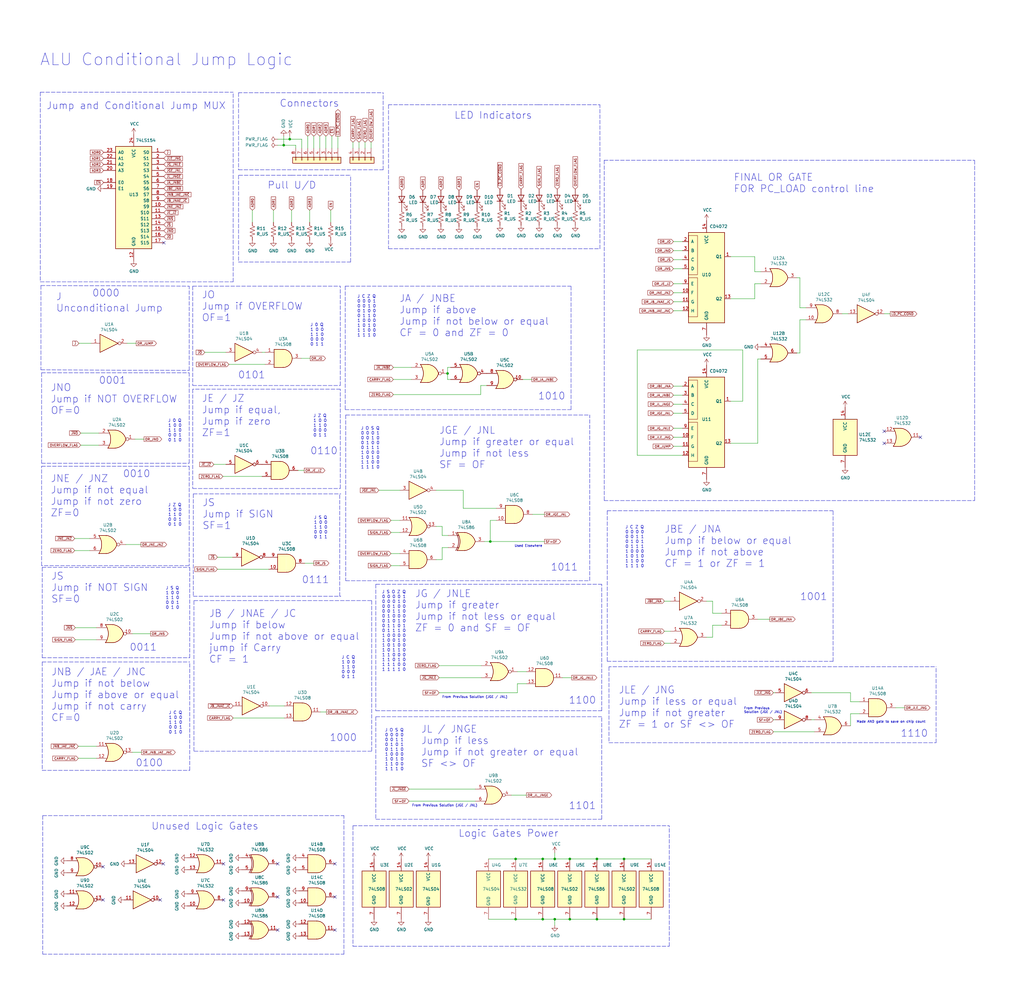
<source format=kicad_sch>
(kicad_sch (version 20211123) (generator eeschema)
  (paper "User" 431.8 419.989)
  (junction (at 119.634 61.214))
  (junction (at 240.284 387.604))
  (junction (at 263.144 362.204))
  (junction (at 233.934 362.204))
  (junction (at 251.714 362.204))
  (junction (at 228.854 362.204))
  (junction (at 188.722 157.48))
  (junction (at 206.756 228.346))
  (junction (at 240.284 362.204))
  (junction (at 217.424 362.204))
  (junction (at 233.934 387.604))
  (junction (at 263.144 387.604))
  (junction (at 217.424 387.604))
  (junction (at 251.714 387.604))
  (junction (at 228.854 387.604))
  (junction (at 122.174 58.674))
  (no_connect (at 117.094 378.206))
  (no_connect (at 117.094 364.236))
  (no_connect (at 141.224 392.176))
  (no_connect (at 94.234 364.236))
  (no_connect (at 372.872 181.864))
  (no_connect (at 141.224 364.236))
  (no_connect (at 43.434 365.506))
  (no_connect (at 388.112 184.404))
  (no_connect (at 68.834 364.236))
  (no_connect (at 372.872 186.944))
  (no_connect (at 43.434 379.476))
  (no_connect (at 69.088 102.362))
  (no_connect (at 94.234 379.476))
  (no_connect (at 141.224 378.206))
  (no_connect (at 67.564 379.476))
  (no_connect (at 117.094 392.176))
  (polyline (pts (xy 158.496 302.26) (xy 253.746 302.26)))
  (wire (pts (xy 119.634 61.214) (xy 119.634 57.404)))
  (wire (pts (xy 132.334 237.49) (xy 128.524 237.49)))
  (wire (pts (xy 31.75 264.668) (xy 40.64 264.668)))
  (wire (pts (xy 205.232 162.56) (xy 202.692 162.56)))
  (polyline (pts (xy 122.936 73.914) (xy 147.828 73.914)))
  (wire (pts (xy 287.782 166.624) (xy 283.972 166.624)))
  (polyline (pts (xy 17.018 38.862) (xy 17.018 118.872)))
  (wire (pts (xy 142.494 57.404) (xy 142.494 62.484)))
  (polyline (pts (xy 122.936 73.914) (xy 100.584 73.914)))
  (polyline (pts (xy 81.28 120.65) (xy 143.51 120.65)))
  (wire (pts (xy 186.436 225.806) (xy 186.436 221.996)))
  (polyline (pts (xy 81.28 162.56) (xy 143.51 162.56)))
  (polyline (pts (xy 79.756 156.21) (xy 79.756 120.65)))
  (wire (pts (xy 304.292 258.572) (xy 300.482 258.572)))
  (wire (pts (xy 59.436 229.616) (xy 53.086 229.616)))
  (wire (pts (xy 186.436 221.996) (xy 183.896 221.996)))
  (wire (pts (xy 319.532 186.944) (xy 319.532 151.384)))
  (wire (pts (xy 274.574 387.604) (xy 263.144 387.604)))
  (polyline (pts (xy 81.534 251.46) (xy 143.764 251.46)))
  (polyline (pts (xy 131.826 39.116) (xy 100.584 39.116)))
  (polyline (pts (xy 17.272 155.956) (xy 79.756 156.21)))
  (polyline (pts (xy 145.796 175.006) (xy 248.666 175.006)))
  (wire (pts (xy 31.496 232.156) (xy 37.846 232.156)))
  (polyline (pts (xy 337.566 281.178) (xy 394.716 281.178)))
  (wire (pts (xy 233.934 387.604) (xy 228.854 387.604)))
  (wire (pts (xy 202.692 162.56) (xy 202.692 166.37)))
  (wire (pts (xy 122.174 58.674) (xy 127.254 58.674)))
  (polyline (pts (xy 17.018 38.862) (xy 98.298 38.862)))
  (wire (pts (xy 33.02 319.786) (xy 40.64 319.786)))
  (wire (pts (xy 280.162 266.192) (xy 282.702 266.192)))
  (polyline (pts (xy 100.584 71.628) (xy 161.544 71.628)))
  (wire (pts (xy 381.508 298.45) (xy 377.698 298.45)))
  (wire (pts (xy 98.044 234.95) (xy 91.694 234.95)))
  (wire (pts (xy 283.972 123.444) (xy 287.782 123.444)))
  (wire (pts (xy 221.996 335.28) (xy 215.646 335.28)))
  (wire (pts (xy 319.532 151.384) (xy 320.802 151.384)))
  (wire (pts (xy 188.722 157.48) (xy 188.722 160.02)))
  (polyline (pts (xy 81.788 316.738) (xy 81.788 253.238)))
  (wire (pts (xy 287.782 105.664) (xy 283.972 105.664)))
  (wire (pts (xy 308.102 186.944) (xy 319.532 186.944)))
  (polyline (pts (xy 81.28 164.084) (xy 81.28 205.994)))
  (wire (pts (xy 188.722 160.02) (xy 189.992 160.02)))
  (polyline (pts (xy 163.83 104.902) (xy 252.984 104.902)))
  (wire (pts (xy 283.972 188.214) (xy 287.782 188.214)))
  (polyline (pts (xy 161.544 71.628) (xy 161.544 39.116)))
  (wire (pts (xy 209.296 219.456) (xy 206.756 219.456)))
  (polyline (pts (xy 81.534 208.28) (xy 81.534 251.46)))
  (wire (pts (xy 283.972 180.594) (xy 287.782 180.594)))
  (polyline (pts (xy 17.526 157.226) (xy 79.756 157.226)))
  (polyline (pts (xy 240.792 172.72) (xy 240.792 120.65)))
  (polyline (pts (xy 17.526 196.596) (xy 79.756 196.596)))
  (wire (pts (xy 326.136 308.61) (xy 343.408 308.61)))
  (wire (pts (xy 164.846 233.426) (xy 168.656 233.426)))
  (polyline (pts (xy 81.28 120.65) (xy 81.28 162.56)))
  (polyline (pts (xy 158.496 246.38) (xy 158.496 299.72)))
  (wire (pts (xy 283.972 109.474) (xy 287.782 109.474)))
  (wire (pts (xy 326.136 303.53) (xy 326.898 303.53)))
  (wire (pts (xy 228.854 362.204) (xy 233.934 362.204)))
  (wire (pts (xy 240.284 387.604) (xy 233.934 387.604)))
  (wire (pts (xy 188.722 154.94) (xy 189.992 154.94)))
  (polyline (pts (xy 143.256 251.46) (xy 143.256 208.28)))
  (wire (pts (xy 313.182 147.574) (xy 268.732 147.574)))
  (polyline (pts (xy 256.794 281.178) (xy 256.794 313.182)))
  (polyline (pts (xy 227.076 44.196) (xy 163.83 44.196)))
  (wire (pts (xy 156.464 59.944) (xy 156.464 62.484)))
  (wire (pts (xy 59.69 317.246) (xy 55.88 317.246)))
  (wire (pts (xy 38.354 144.78) (xy 33.274 144.78)))
  (polyline (pts (xy 18.034 343.916) (xy 18.034 402.336)))
  (polyline (pts (xy 410.972 211.074) (xy 410.972 67.564)))
  (wire (pts (xy 268.732 147.574) (xy 268.732 192.024)))
  (wire (pts (xy 337.312 129.794) (xy 337.312 117.094)))
  (polyline (pts (xy 248.666 244.856) (xy 248.666 175.006)))
  (wire (pts (xy 128.27 198.374) (xy 125.73 198.374)))
  (polyline (pts (xy 81.28 205.994) (xy 143.51 205.994)))
  (wire (pts (xy 185.166 280.67) (xy 202.946 280.67)))
  (polyline (pts (xy 100.584 73.914) (xy 100.584 110.49)))
  (wire (pts (xy 218.186 288.29) (xy 218.186 292.1)))
  (wire (pts (xy 224.282 160.02) (xy 220.472 160.02)))
  (wire (pts (xy 93.98 200.914) (xy 110.49 200.914)))
  (wire (pts (xy 185.166 285.75) (xy 202.946 285.75)))
  (polyline (pts (xy 145.542 172.72) (xy 240.792 172.72)))
  (polyline (pts (xy 256.032 215.392) (xy 256.032 278.892)))
  (polyline (pts (xy 80.01 277.368) (xy 80.01 239.268)))
  (polyline (pts (xy 17.272 120.396) (xy 17.272 155.956)))
  (wire (pts (xy 137.668 300.228) (xy 135.128 300.228)))
  (polyline (pts (xy 17.018 118.872) (xy 98.298 118.872)))
  (polyline (pts (xy 394.716 313.182) (xy 394.716 281.178)))
  (wire (pts (xy 186.436 230.886) (xy 186.436 235.966)))
  (polyline (pts (xy 227.076 44.196) (xy 252.984 44.196)))
  (wire (pts (xy 195.326 206.756) (xy 183.896 206.756)))
  (wire (pts (xy 318.262 108.204) (xy 318.262 114.554)))
  (wire (pts (xy 122.936 88.646) (xy 122.936 93.726)))
  (polyline (pts (xy 253.746 299.72) (xy 253.746 246.38)))
  (polyline (pts (xy 163.83 44.196) (xy 163.83 104.902)))
  (wire (pts (xy 205.994 362.204) (xy 217.424 362.204)))
  (polyline (pts (xy 156.718 316.738) (xy 81.788 316.738)))
  (wire (pts (xy 308.102 108.204) (xy 318.262 108.204)))
  (polyline (pts (xy 256.794 313.182) (xy 394.716 313.182)))
  (polyline (pts (xy 148.844 399.034) (xy 282.194 399.034)))
  (polyline (pts (xy 256.032 215.392) (xy 351.282 215.392)))
  (polyline (pts (xy 17.78 279.146) (xy 17.78 324.866)))
  (wire (pts (xy 233.934 362.204) (xy 240.284 362.204)))
  (polyline (pts (xy 17.78 277.368) (xy 80.01 277.368)))
  (polyline (pts (xy 253.746 345.44) (xy 253.746 302.26)))
  (polyline (pts (xy 148.844 348.234) (xy 148.844 399.034)))
  (wire (pts (xy 124.714 62.484) (xy 124.714 61.214)))
  (polyline (pts (xy 100.584 110.49) (xy 147.828 110.49)))
  (wire (pts (xy 337.312 134.874) (xy 339.852 134.874)))
  (wire (pts (xy 339.852 129.794) (xy 337.312 129.794)))
  (wire (pts (xy 130.81 151.13) (xy 127 151.13)))
  (wire (pts (xy 153.924 59.944) (xy 153.924 62.484)))
  (polyline (pts (xy 80.01 324.866) (xy 80.01 279.146)))
  (wire (pts (xy 159.766 206.756) (xy 168.656 206.756)))
  (wire (pts (xy 148.844 59.944) (xy 148.844 62.484)))
  (wire (pts (xy 91.694 240.03) (xy 113.284 240.03)))
  (wire (pts (xy 60.706 185.166) (xy 56.896 185.166)))
  (wire (pts (xy 188.976 230.886) (xy 186.436 230.886)))
  (wire (pts (xy 106.426 88.646) (xy 106.426 93.726)))
  (wire (pts (xy 217.424 387.604) (xy 205.994 387.604)))
  (polyline (pts (xy 158.496 302.26) (xy 158.496 345.44)))
  (polyline (pts (xy 18.034 343.916) (xy 145.034 343.916)))
  (wire (pts (xy 358.648 295.91) (xy 362.458 295.91)))
  (wire (pts (xy 117.094 61.214) (xy 119.634 61.214)))
  (wire (pts (xy 127.254 58.674) (xy 127.254 62.484)))
  (wire (pts (xy 221.996 283.21) (xy 218.186 283.21)))
  (polyline (pts (xy 18.034 402.336) (xy 145.034 402.336)))
  (wire (pts (xy 283.972 162.814) (xy 287.782 162.814)))
  (wire (pts (xy 132.334 57.404) (xy 132.334 62.484)))
  (wire (pts (xy 113.538 297.688) (xy 119.888 297.688)))
  (wire (pts (xy 337.312 148.844) (xy 337.312 134.874)))
  (wire (pts (xy 326.898 292.1) (xy 326.136 292.1)))
  (polyline (pts (xy 143.51 164.084) (xy 81.28 164.084)))
  (polyline (pts (xy 79.756 196.596) (xy 79.756 238.506)))
  (polyline (pts (xy 145.796 244.856) (xy 248.666 244.856)))
  (wire (pts (xy 221.996 288.29) (xy 218.186 288.29)))
  (wire (pts (xy 283.972 170.434) (xy 287.782 170.434)))
  (wire (pts (xy 151.384 59.944) (xy 151.384 62.484)))
  (wire (pts (xy 287.782 127.254) (xy 283.972 127.254)))
  (wire (pts (xy 283.972 101.854) (xy 287.782 101.854)))
  (wire (pts (xy 336.042 148.844) (xy 337.312 148.844)))
  (polyline (pts (xy 147.828 110.49) (xy 147.828 73.914)))
  (polyline (pts (xy 158.496 299.72) (xy 253.746 299.72)))
  (wire (pts (xy 318.262 114.554) (xy 320.802 114.554)))
  (wire (pts (xy 218.186 292.1) (xy 185.166 292.1)))
  (wire (pts (xy 165.862 154.94) (xy 173.482 154.94)))
  (wire (pts (xy 172.466 332.74) (xy 200.406 332.74)))
  (wire (pts (xy 129.794 57.404) (xy 129.794 62.484)))
  (wire (pts (xy 268.732 192.024) (xy 287.782 192.024)))
  (polyline (pts (xy 17.272 120.396) (xy 79.756 120.65)))
  (polyline (pts (xy 256.032 278.892) (xy 351.282 278.892)))
  (polyline (pts (xy 158.496 246.38) (xy 253.746 246.38)))
  (polyline (pts (xy 143.51 205.994) (xy 143.51 164.084)))
  (wire (pts (xy 287.782 184.404) (xy 283.972 184.404)))
  (wire (pts (xy 233.934 387.604) (xy 233.934 390.144)))
  (wire (pts (xy 209.296 214.376) (xy 195.326 214.376)))
  (wire (pts (xy 90.17 195.834) (xy 95.25 195.834)))
  (wire (pts (xy 217.424 362.204) (xy 228.854 362.204)))
  (wire (pts (xy 63.5 267.208) (xy 55.88 267.208)))
  (wire (pts (xy 98.298 302.768) (xy 119.888 302.768)))
  (wire (pts (xy 188.976 225.806) (xy 186.436 225.806)))
  (wire (pts (xy 280.162 253.492) (xy 282.702 253.492)))
  (wire (pts (xy 134.874 57.404) (xy 134.874 62.484)))
  (wire (pts (xy 137.414 57.404) (xy 137.414 62.484)))
  (wire (pts (xy 337.312 117.094) (xy 336.042 117.094)))
  (polyline (pts (xy 282.194 399.034) (xy 282.194 348.234)))
  (polyline (pts (xy 131.572 39.116) (xy 161.544 39.116)))
  (polyline (pts (xy 98.298 118.872) (xy 98.298 38.862)))
  (wire (pts (xy 165.862 166.37) (xy 202.692 166.37)))
  (wire (pts (xy 287.782 174.244) (xy 283.972 174.244)))
  (wire (pts (xy 357.632 132.334) (xy 355.092 132.334)))
  (polyline (pts (xy 143.51 162.56) (xy 143.51 120.65)))
  (wire (pts (xy 318.262 119.634) (xy 318.262 125.984)))
  (wire (pts (xy 115.316 88.646) (xy 115.316 93.726)))
  (polyline (pts (xy 337.82 281.178) (xy 256.794 281.178)))
  (polyline (pts (xy 17.78 324.866) (xy 80.01 324.866)))
  (wire (pts (xy 53.594 144.78) (xy 57.404 144.78)))
  (wire (pts (xy 229.616 228.346) (xy 206.756 228.346)))
  (polyline (pts (xy 156.718 253.238) (xy 156.718 316.738)))
  (wire (pts (xy 229.616 216.916) (xy 224.536 216.916)))
  (wire (pts (xy 96.52 153.67) (xy 111.76 153.67)))
  (wire (pts (xy 164.846 238.506) (xy 168.656 238.506)))
  (wire (pts (xy 358.648 292.1) (xy 358.648 295.91)))
  (wire (pts (xy 287.782 113.284) (xy 283.972 113.284)))
  (polyline (pts (xy 79.756 195.326) (xy 79.756 157.226)))
  (polyline (pts (xy 145.796 175.006) (xy 145.796 244.856)))
  (wire (pts (xy 228.854 387.604) (xy 217.424 387.604)))
  (wire (pts (xy 343.408 303.53) (xy 342.138 303.53)))
  (polyline (pts (xy 17.526 195.326) (xy 79.756 195.326)))
  (wire (pts (xy 31.75 269.748) (xy 40.64 269.748)))
  (wire (pts (xy 300.482 258.572) (xy 300.482 253.492)))
  (polyline (pts (xy 17.78 239.268) (xy 17.78 277.368)))
  (wire (pts (xy 320.802 119.634) (xy 318.262 119.634)))
  (wire (pts (xy 241.046 285.75) (xy 237.236 285.75)))
  (polyline (pts (xy 145.542 120.65) (xy 240.792 120.65)))
  (polyline (pts (xy 351.282 278.892) (xy 351.282 215.392)))
  (wire (pts (xy 283.972 131.064) (xy 287.782 131.064)))
  (wire (pts (xy 375.412 132.334) (xy 372.872 132.334)))
  (polyline (pts (xy 17.78 279.146) (xy 80.01 279.146)))
  (wire (pts (xy 251.714 387.604) (xy 240.284 387.604)))
  (wire (pts (xy 186.436 235.966) (xy 183.896 235.966)))
  (wire (pts (xy 172.466 337.82) (xy 200.406 337.82)))
  (wire (pts (xy 263.144 387.604) (xy 251.714 387.604)))
  (polyline (pts (xy 252.984 104.902) (xy 252.984 44.196)))
  (wire (pts (xy 117.094 58.674) (xy 122.174 58.674)))
  (wire (pts (xy 86.36 148.59) (xy 95.25 148.59)))
  (wire (pts (xy 240.284 362.204) (xy 251.714 362.204)))
  (polyline (pts (xy 81.534 208.28) (xy 143.764 208.28)))
  (wire (pts (xy 233.934 362.204) (xy 233.934 359.664)))
  (wire (pts (xy 195.326 214.376) (xy 195.326 206.756)))
  (wire (pts (xy 287.782 119.634) (xy 283.972 119.634)))
  (polyline (pts (xy 148.844 348.234) (xy 282.194 348.234)))
  (wire (pts (xy 164.846 224.536) (xy 168.656 224.536)))
  (wire (pts (xy 300.482 268.732) (xy 300.482 263.652)))
  (wire (pts (xy 165.862 160.02) (xy 173.482 160.02)))
  (wire (pts (xy 313.182 169.164) (xy 313.182 147.574)))
  (wire (pts (xy 206.756 228.346) (xy 204.216 228.346)))
  (wire (pts (xy 342.138 292.1) (xy 358.648 292.1)))
  (wire (pts (xy 164.846 219.456) (xy 168.656 219.456)))
  (wire (pts (xy 124.714 61.214) (xy 119.634 61.214)))
  (wire (pts (xy 130.556 88.646) (xy 130.556 93.726)))
  (wire (pts (xy 308.102 169.164) (xy 313.182 169.164)))
  (polyline (pts (xy 254.762 67.564) (xy 410.972 67.564)))
  (wire (pts (xy 34.036 182.626) (xy 41.656 182.626)))
  (wire (pts (xy 34.036 187.706) (xy 41.656 187.706)))
  (wire (pts (xy 33.02 314.706) (xy 40.64 314.706)))
  (polyline (pts (xy 145.542 120.65) (xy 145.542 172.72)))
  (polyline (pts (xy 81.788 253.238) (xy 156.718 253.238)))
  (wire (pts (xy 31.496 227.076) (xy 37.846 227.076)))
  (wire (pts (xy 300.482 253.492) (xy 297.942 253.492)))
  (polyline (pts (xy 254.762 211.074) (xy 410.972 211.074)))
  (wire (pts (xy 300.482 263.652) (xy 304.292 263.652)))
  (polyline (pts (xy 100.584 39.116) (xy 100.584 71.628)))
  (polyline (pts (xy 17.526 157.226) (xy 17.526 195.326)))
  (polyline (pts (xy 17.78 239.268) (xy 80.01 239.268)))
  (polyline (pts (xy 158.496 345.44) (xy 253.746 345.44)))
  (wire (pts (xy 362.458 300.99) (xy 358.648 300.99)))
  (polyline (pts (xy 79.756 238.506) (xy 17.526 238.506)))
  (wire (pts (xy 206.756 219.456) (xy 206.756 228.346)))
  (polyline (pts (xy 254.762 67.564) (xy 254.762 211.074)))
  (wire (pts (xy 139.954 57.404) (xy 139.954 62.484)))
  (wire (pts (xy 263.144 362.204) (xy 274.574 362.204)))
  (wire (pts (xy 251.714 362.204) (xy 263.144 362.204)))
  (wire (pts (xy 122.174 57.404) (xy 122.174 58.674)))
  (polyline (pts (xy 17.526 238.506) (xy 17.526 196.596)))
  (wire (pts (xy 358.648 300.99) (xy 358.648 306.07)))
  (wire (pts (xy 297.942 268.732) (xy 300.482 268.732)))
  (wire (pts (xy 139.446 88.646) (xy 139.446 93.726)))
  (wire (pts (xy 110.49 148.59) (xy 111.76 148.59)))
  (polyline (pts (xy 145.034 402.336) (xy 145.034 343.916)))
  (wire (pts (xy 324.612 261.112) (xy 319.532 261.112)))
  (wire (pts (xy 280.162 271.272) (xy 282.702 271.272)))
  (wire (pts (xy 318.262 125.984) (xy 308.102 125.984)))
  (wire (pts (xy 188.722 154.94) (xy 188.722 157.48)))
  (text "J C Z Q\n0 0 0 1\n0 0 1 0\n0 1 0 0\n0 1 1 0\n1 0 0 0\n1 0 1 0\n1 1 0 0\n1 1 1 0" (at 150.622 142.24 0) (effects (font (size 1.27 1.27)) (justify left bottom)))
  (text "JE / JZ\nJump if equal,\nJump if zero\nZF=1" (at 85.09 184.404 0) (effects (font (size 2.9972 2.9972)) (justify left bottom)))
  (text "1000" (at 138.938 312.928 0) (effects (font (size 2.9972 2.9972)) (justify left bottom)))
  (text "J C Q\n1 0 0\n1 1 0\n0 0 1\n0 1 0" (at 71.12 309.626 0) (effects (font (size 1.27 1.27)) (justify left bottom)))
  (text "0111" (at 127.254 246.38 0) (effects (font (size 2.9972 2.9972)) (justify left bottom)))
  (text "0000" (at 38.862 125.476 0) (effects (font (size 2.9972 2.9972)) (justify left bottom)))
  (text "Used Elsewhere" (at 216.916 230.886 0) (effects (font (size 0.9906 0.9906)) (justify left bottom)))
  (text "J 0 Q\n1 0 0\n1 1 0\n0 0 0\n0 1 1" (at 130.81 146.05 0) (effects (font (size 1.27 1.27)) (justify left bottom)))
  (text "ALU Conditional Jump Logic" (at 16.764 28.194 0) (effects (font (size 5 5)) (justify left bottom)))
  (text "JS\nJump if NOT SIGN\nSF=0" (at 21.59 254.508 0) (effects (font (size 2.9972 2.9972)) (justify left bottom)))
  (text "J O S Q\n0 0 0 1\n0 0 1 0\n0 1 0 0\n0 1 1 1\n1 0 0 0\n1 0 1 0\n1 1 0 0\n1 1 1 0" (at 152.146 197.866 0) (effects (font (size 1.27 1.27)) (justify left bottom)))
  (text "J S Q\n1 0 0\n1 1 0\n0 0 0\n0 1 1" (at 132.334 227.33 0) (effects (font (size 1.27 1.27)) (justify left bottom)))
  (text "From Previous \nSolution (JGE / JNL)" (at 313.69 300.99 0) (effects (font (size 0.9906 0.9906)) (justify left bottom)))
  (text "JA / JNBE\nJump if above\nJump if not below or equal\nCF = 0 and ZF = 0" (at 168.402 142.24 0) (effects (font (size 2.9972 2.9972)) (justify left bottom)))
  (text "0100" (at 57.15 323.596 0) (effects (font (size 2.9972 2.9972)) (justify left bottom)))
  (text "JGE / JNL\nJump if greater or equal\nJump if not less\nSF = OF" (at 185.166 197.866 0) (effects (font (size 2.9972 2.9972)) (justify left bottom)))
  (text "JLE / JNG\nJump if less or equal\nJump if not greater\nZF = 1 or SF <> OF" (at 260.858 307.34 0) (effects (font (size 2.9972 2.9972)) (justify left bottom)))
  (text "From Previous Solution (JGE / JNL)" (at 186.436 294.64 0) (effects (font (size 0.9906 0.9906)) (justify left bottom)))
  (text "1100" (at 239.776 297.18 0) (effects (font (size 2.9972 2.9972)) (justify left bottom)))
  (text "J O S Q\n0 0 0 0\n0 0 1 1\n0 1 0 1\n0 1 1 0\n1 0 0 0\n1 0 1 0\n1 1 0 0\n1 1 1 0" (at 162.306 325.12 0) (effects (font (size 1.27 1.27)) (justify left bottom)))
  (text "0010" (at 51.816 201.676 0) (effects (font (size 2.9972 2.9972)) (justify left bottom)))
  (text "J C Z Q\n0 0 0 0\n0 0 1 1\n0 1 0 1\n0 1 1 1\n1 0 0 0\n1 0 1 0\n1 1 0 0\n1 1 1 0" (at 263.652 239.522 0) (effects (font (size 1.27 1.27)) (justify left bottom)))
  (text "JS\nJump if SIGN\nSF=1" (at 85.344 223.52 0) (effects (font (size 2.9972 2.9972)) (justify left bottom)))
  (text "0001" (at 41.656 162.306 0) (effects (font (size 2.9972 2.9972)) (justify left bottom)))
  (text "JB / JNAE / JC\nJump if below\nJump if not above or equal\njump if Carry\nCF = 1" (at 88.138 279.908 0) (effects (font (size 2.9972 2.9972)) (justify left bottom)))
  (text "From Previous Solution (JGE / JNL)" (at 173.736 340.36 0) (effects (font (size 0.9906 0.9906)) (justify left bottom)))
  (text "J S O Z Q\n0 0 0 0 1\n0 0 0 1 0\n0 0 1 0 0\n0 0 1 1 0\n0 1 0 0 0\n0 1 0 1 0\n0 1 1 0 1\n0 1 1 1 0\n1 0 0 0 0\n1 0 0 1 0\n1 0 1 0 0\n1 0 1 1 0\n1 1 0 0 0\n1 1 0 1 0\n1 1 1 0 0\n1 1 1 1 0\n" (at 161.036 283.21 0) (effects (font (size 1.27 1.27)) (justify left bottom)))
  (text "JNB / JAE / JNC\nJump if not below\nJump if above or equal\nJump if not carry\nCF=0" (at 21.59 304.546 0) (effects (font (size 2.9972 2.9972)) (justify left bottom)))
  (text "Pull U/D" (at 112.776 80.01 0) (effects (font (size 2.9972 2.9972)) (justify left bottom)))
  (text "Unused Logic Gates" (at 63.754 350.266 0) (effects (font (size 2.9972 2.9972)) (justify left bottom)))
  (text "1101" (at 239.776 341.63 0) (effects (font (size 2.9972 2.9972)) (justify left bottom)))
  (text "JNE / JNZ\nJump if not equal\nJump if not zero\nZF=0" (at 21.336 218.186 0) (effects (font (size 2.9972 2.9972)) (justify left bottom)))
  (text "JG / JNLE\nJump if greater\nJump if not less or equal\nZF = 0 and SF = OF" (at 175.006 266.7 0) (effects (font (size 2.9972 2.9972)) (justify left bottom)))
  (text "JBE / JNA\nJump if below or equal\nJump if not above\nCF = 1 or ZF = 1" (at 280.162 239.522 0) (effects (font (size 2.9972 2.9972)) (justify left bottom)))
  (text "J\nUnconditional Jump\n" (at 23.622 131.826 0) (effects (font (size 2.9972 2.9972)) (justify left bottom)))
  (text "J 0 Q\n1 0 0\n1 1 0\n0 0 1\n0 1 0" (at 70.866 186.436 0) (effects (font (size 1.27 1.27)) (justify left bottom)))
  (text "Made AND gate to save on chip count" (at 361.188 305.054 0) (effects (font (size 0.9906 0.9906)) (justify left bottom)))
  (text "J C Q\n1 0 0\n1 1 0\n0 0 0\n0 1 1" (at 144.018 286.258 0) (effects (font (size 1.27 1.27)) (justify left bottom)))
  (text "Logic Gates Power" (at 193.294 353.314 0) (effects (font (size 2.9972 2.9972)) (justify left bottom)))
  (text "1110" (at 379.73 311.15 0) (effects (font (size 2.9972 2.9972)) (justify left bottom)))
  (text "JNO\nJump if NOT OVERFLOW\nOF=0" (at 21.336 175.006 0) (effects (font (size 2.9972 2.9972)) (justify left bottom)))
  (text "LED Indicators" (at 191.516 50.546 0) (effects (font (size 2.9972 2.9972)) (justify left bottom)))
  (text "J S Q\n1 0 0\n1 1 0\n0 0 1\n0 1 0" (at 69.85 257.048 0) (effects (font (size 1.27 1.27)) (justify left bottom)))
  (text "Connectors" (at 117.856 45.466 0) (effects (font (size 2.9972 2.9972)) (justify left bottom)))
  (text "0011" (at 54.61 274.828 0) (effects (font (size 2.9972 2.9972)) (justify left bottom)))
  (text "J Z Q\n1 0 0\n1 1 0\n0 0 1\n0 1 0" (at 70.866 221.996 0) (effects (font (size 1.27 1.27)) (justify left bottom)))
  (text "FINAL OR GATE\nFOR PC_LOAD control line" (at 309.372 81.534 0) (effects (font (size 2.9972 2.9972)) (justify left bottom)))
  (text "Jump and Conditional Jump MUX" (at 19.558 46.482 0) (effects (font (size 2.9972 2.9972)) (justify left bottom)))
  (text "0110" (at 130.81 192.024 0) (effects (font (size 2.9972 2.9972)) (justify left bottom)))
  (text "1011" (at 232.156 241.046 0) (effects (font (size 2.9972 2.9972)) (justify left bottom)))
  (text "JL / JNGE\nJump if less\nJump if not greater or equal\nSF <> OF" (at 177.546 323.85 0) (effects (font (size 2.9972 2.9972)) (justify left bottom)))
  (text "1010" (at 226.822 168.91 0) (effects (font (size 2.9972 2.9972)) (justify left bottom)))
  (text "0101" (at 100.33 160.02 0) (effects (font (size 2.9972 2.9972)) (justify left bottom)))
  (text "J Z Q\n1 0 0\n1 1 0\n0 0 0\n0 1 1" (at 132.08 184.404 0) (effects (font (size 1.27 1.27)) (justify left bottom)))
  (text "1001" (at 337.312 253.492 0) (effects (font (size 2.9972 2.9972)) (justify left bottom)))
  (text "JO\nJump if OVERFLOW\nOF=1" (at 85.09 135.89 0) (effects (font (size 2.9972 2.9972)) (justify left bottom)))
  (global_label "~{JB_JNAE_JC}" (shape input) (at 98.298 297.688 180) (effects (font (size 0.9906 0.9906))) (property "Intersheet References" "${INTERSHEET_REFS}" (effects hide)))
  (global_label "OR_JS" (shape output) (at 132.334 237.49 0) (effects (font (size 0.9906 0.9906))) (property "Intersheet References" "${INTERSHEET_REFS}" (effects hide)))
  (global_label "OR_JNB_JAE_JNC" (shape output) (at 59.69 317.246 0) (effects (font (size 0.9906 0.9906))) (property "Intersheet References" "${INTERSHEET_REFS}" (effects hide)))
  (global_label "OVERFLOW_FLAG" (shape input) (at 164.846 219.456 180) (effects (font (size 0.9906 0.9906))) (property "Intersheet References" "${INTERSHEET_REFS}" (effects hide)))
  (global_label "OVERFLOW_FLAG" (shape input) (at 164.846 233.426 180) (effects (font (size 0.9906 0.9906))) (property "Intersheet References" "${INTERSHEET_REFS}" (effects hide)))
  (global_label "OR_JNS" (shape input) (at 283.972 113.284 180) (effects (font (size 0.9906 0.9906))) (property "Intersheet References" "${INTERSHEET_REFS}" (effects hide)))
  (global_label "OR_JA_JNBE" (shape input) (at 283.972 166.624 180) (effects (font (size 0.9906 0.9906))) (property "Intersheet References" "${INTERSHEET_REFS}" (effects hide)))
  (global_label "ZERO_FLAG" (shape input) (at 153.924 59.944 90) (effects (font (size 0.9906 0.9906))) (property "Intersheet References" "${INTERSHEET_REFS}" (effects hide)))
  (global_label "OR_JO" (shape input) (at 283.972 101.854 180) (effects (font (size 0.9906 0.9906))) (property "Intersheet References" "${INTERSHEET_REFS}" (effects hide)))
  (global_label "SF=OF" (shape input) (at 185.166 292.1 180) (effects (font (size 0.9906 0.9906))) (property "Intersheet References" "${INTERSHEET_REFS}" (effects hide)))
  (global_label "SIGN_FLAG" (shape input) (at 31.75 269.748 180) (effects (font (size 0.9906 0.9906))) (property "Intersheet References" "${INTERSHEET_REFS}" (effects hide)))
  (global_label "OVERFLOW_FLAG" (shape input) (at 96.52 153.67 180) (effects (font (size 0.9906 0.9906))) (property "Intersheet References" "${INTERSHEET_REFS}" (effects hide)))
  (global_label "SIGN_FLAG" (shape input) (at 91.694 240.03 180) (effects (font (size 0.9906 0.9906))) (property "Intersheet References" "${INTERSHEET_REFS}" (effects hide)))
  (global_label "OR_JBE_JNA" (shape input) (at 283.972 162.814 180) (effects (font (size 0.9906 0.9906))) (property "Intersheet References" "${INTERSHEET_REFS}" (effects hide)))
  (global_label "OR_JO" (shape output) (at 130.81 151.13 0) (effects (font (size 0.9906 0.9906))) (property "Intersheet References" "${INTERSHEET_REFS}" (effects hide)))
  (global_label "ZERO_FLAG" (shape input) (at 165.862 166.37 180) (effects (font (size 0.9906 0.9906))) (property "Intersheet References" "${INTERSHEET_REFS}" (effects hide)))
  (global_label "OR_JL_JNGE" (shape output) (at 221.996 335.28 0) (effects (font (size 0.9906 0.9906))) (property "Intersheet References" "${INTERSHEET_REFS}" (effects hide)))
  (global_label "CARRY_FLAG" (shape input) (at 98.298 302.768 180) (effects (font (size 0.9906 0.9906))) (property "Intersheet References" "${INTERSHEET_REFS}" (effects hide)))
  (global_label "SF=OF" (shape output) (at 229.616 228.346 0) (effects (font (size 0.9906 0.9906))) (property "Intersheet References" "${INTERSHEET_REFS}" (effects hide)))
  (global_label "CARRY_FLAG" (shape input) (at 219.71 79.756 90) (effects (font (size 0.9906 0.9906))) (property "Intersheet References" "${INTERSHEET_REFS}" (effects hide)))
  (global_label "CARRY_FLAG" (shape input) (at 165.862 160.02 180) (effects (font (size 0.9906 0.9906))) (property "Intersheet References" "${INTERSHEET_REFS}" (effects hide)))
  (global_label "OR_JNE_JNZ" (shape input) (at 283.972 123.444 180) (effects (font (size 0.9906 0.9906))) (property "Intersheet References" "${INTERSHEET_REFS}" (effects hide)))
  (global_label "SIGN_FLAG" (shape input) (at 164.846 238.506 180) (effects (font (size 0.9906 0.9906))) (property "Intersheet References" "${INTERSHEET_REFS}" (effects hide)))
  (global_label "OR_JBE_JNA" (shape output) (at 324.612 261.112 0) (effects (font (size 0.9906 0.9906))) (property "Intersheet References" "${INTERSHEET_REFS}" (effects hide)))
  (global_label "ADR2" (shape input) (at 134.874 57.404 90) (effects (font (size 0.9906 0.9906))) (property "Intersheet References" "${INTERSHEET_REFS}" (effects hide)))
  (global_label "~{LD_PC_COND}" (shape input) (at 210.82 79.756 90) (effects (font (size 0.9906 0.9906))) (property "Intersheet References" "${INTERSHEET_REFS}" (effects hide)))
  (global_label "OVERFLOW_FLAG" (shape input) (at 34.036 187.706 180) (effects (font (size 0.9906 0.9906))) (property "Intersheet References" "${INTERSHEET_REFS}" (effects hide)))
  (global_label "~{JL_JNGE}" (shape input) (at 172.466 332.74 180) (effects (font (size 0.9906 0.9906))) (property "Intersheet References" "${INTERSHEET_REFS}" (effects hide)))
  (global_label "ADR3" (shape input) (at 193.548 80.264 90) (effects (font (size 0.9906 0.9906))) (property "Intersheet References" "${INTERSHEET_REFS}" (effects hide)))
  (global_label "~{EN}" (shape input) (at 139.954 57.404 90) (effects (font (size 0.9906 0.9906))) (property "Intersheet References" "${INTERSHEET_REFS}" (effects hide)))
  (global_label "~{LD_PC_COND}" (shape output) (at 375.412 132.334 0) (effects (font (size 0.9906 0.9906))) (property "Intersheet References" "${INTERSHEET_REFS}" (effects hide)))
  (global_label "OR_JG_JNLE" (shape output) (at 241.046 285.75 0) (effects (font (size 0.9906 0.9906))) (property "Intersheet References" "${INTERSHEET_REFS}" (effects hide)))
  (global_label "OR_JNS" (shape output) (at 63.5 267.208 0) (effects (font (size 0.9906 0.9906))) (property "Intersheet References" "${INTERSHEET_REFS}" (effects hide)))
  (global_label "~{JNS}" (shape input) (at 31.75 264.668 180) (effects (font (size 0.9906 0.9906))) (property "Intersheet References" "${INTERSHEET_REFS}" (effects hide)))
  (global_label "ZERO_FLAG" (shape input) (at 93.98 200.914 180) (effects (font (size 0.9906 0.9906))) (property "Intersheet References" "${INTERSHEET_REFS}" (effects hide)))
  (global_label "ZERO_FLAG" (shape input) (at 234.95 79.756 90) (effects (font (size 0.9906 0.9906))) (property "Intersheet References" "${INTERSHEET_REFS}" (effects hide)))
  (global_label "SF=OF" (shape input) (at 326.136 303.53 180) (effects (font (size 0.9906 0.9906))) (property "Intersheet References" "${INTERSHEET_REFS}" (effects hide)))
  (global_label "~{JNO}" (shape input) (at 34.036 182.626 180) (effects (font (size 0.9906 0.9906))) (property "Intersheet References" "${INTERSHEET_REFS}" (effects hide)))
  (global_label "ADR2" (shape input) (at 122.936 88.646 90) (effects (font (size 0.9906 0.9906))) (property "Intersheet References" "${INTERSHEET_REFS}" (effects hide)))
  (global_label "ADR0" (shape input) (at 106.426 88.646 90) (effects (font (size 0.9906 0.9906))) (property "Intersheet References" "${INTERSHEET_REFS}" (effects hide)))
  (global_label "SIGN_FLAG" (shape input) (at 151.384 59.944 90) (effects (font (size 0.9906 0.9906))) (property "Intersheet References" "${INTERSHEET_REFS}" (effects hide)))
  (global_label "~{J}" (shape input) (at 33.274 144.78 180) (effects (font (size 0.9906 0.9906))) (property "Intersheet References" "${INTERSHEET_REFS}" (effects hide)))
  (global_label "~{JLE_JNG}" (shape input) (at 326.136 292.1 180) (effects (font (size 0.9906 0.9906))) (property "Intersheet References" "${INTERSHEET_REFS}" (effects hide)))
  (global_label "OR_JB_JNAE_JC" (shape output) (at 137.668 300.228 0) (effects (font (size 0.9906 0.9906))) (property "Intersheet References" "${INTERSHEET_REFS}" (effects hide)))
  (global_label "~{JB_JNAE_JC}" (shape input) (at 69.088 84.582 0) (effects (font (size 0.9906 0.9906))) (property "Intersheet References" "${INTERSHEET_REFS}" (effects hide)))
  (global_label "ADR2" (shape input) (at 185.928 80.264 90) (effects (font (size 0.9906 0.9906))) (property "Intersheet References" "${INTERSHEET_REFS}" (effects hide)))
  (global_label "~{JA_JNBE}" (shape input) (at 165.862 154.94 180) (effects (font (size 0.9906 0.9906))) (property "Intersheet References" "${INTERSHEET_REFS}" (effects hide)))
  (global_label "EN" (shape input) (at 139.446 88.646 90) (effects (font (size 0.9906 0.9906))) (property "Intersheet References" "${INTERSHEET_REFS}" (effects hide)))
  (global_label "OR_JUMP" (shape input) (at 283.972 188.214 180) (effects (font (size 0.9906 0.9906))) (property "Intersheet References" "${INTERSHEET_REFS}" (effects hide)))
  (global_label "~{JGE_JNL}" (shape input) (at 159.766 206.756 180) (effects (font (size 0.9906 0.9906))) (property "Intersheet References" "${INTERSHEET_REFS}" (effects hide)))
  (global_label "~{JO}" (shape input) (at 86.36 148.59 180) (effects (font (size 0.9906 0.9906))) (property "Intersheet References" "${INTERSHEET_REFS}" (effects hide)))
  (global_label "ADR3" (shape input) (at 130.556 88.646 90) (effects (font (size 0.9906 0.9906))) (property "Intersheet References" "${INTERSHEET_REFS}" (effects hide)))
  (global_label "OR_JLE_JNG" (shape output) (at 381.508 298.45 0) (effects (font (size 0.9906 0.9906))) (property "Intersheet References" "${INTERSHEET_REFS}" (effects hide)))
  (global_label "OR_JNO" (shape input) (at 283.972 105.664 180) (effects (font (size 0.9906 0.9906))) (property "Intersheet References" "${INTERSHEET_REFS}" (effects hide)))
  (global_label "~{JNB_JAE_JNC}" (shape input) (at 69.088 82.042 0) (effects (font (size 0.9906 0.9906))) (property "Intersheet References" "${INTERSHEET_REFS}" (effects hide)))
  (global_label "OR_JNE_JNZ" (shape output) (at 59.436 229.616 0) (effects (font (size 0.9906 0.9906))) (property "Intersheet References" "${INTERSHEET_REFS}" (effects hide)))
  (global_label "CARRY_FLAG" (shape input) (at 280.162 266.192 180) (effects (font (size 0.9906 0.9906))) (property "Intersheet References" "${INTERSHEET_REFS}" (effects hide)))
  (global_label "OR_JNB_JAE_JNC" (shape input) (at 283.972 131.064 180) (effects (font (size 0.9906 0.9906))) (property "Intersheet References" "${INTERSHEET_REFS}" (effects hide)))
  (global_label "~{JLE_JNG}" (shape input) (at 69.088 66.802 0) (effects (font (size 0.9906 0.9906))) (property "Intersheet References" "${INTERSHEET_REFS}" (effects hide)))
  (global_label "OR_JGE_JNL" (shape input) (at 283.972 174.244 180) (effects (font (size 0.9906 0.9906))) (property "Intersheet References" "${INTERSHEET_REFS}" (effects hide)))
  (global_label "ADR0" (shape input) (at 169.418 80.264 90) (effects (font (size 0.9906 0.9906))) (property "Intersheet References" "${INTERSHEET_REFS}" (effects hide)))
  (global_label "~{JA_JNBE}" (shape input) (at 69.088 76.962 0) (effects (font (size 0.9906 0.9906))) (property "Intersheet References" "${INTERSHEET_REFS}" (effects hide)))
  (global_label "ADR3" (shape input) (at 137.414 57.404 90) (effects (font (size 0.9906 0.9906))) (property "Intersheet References" "${INTERSHEET_REFS}" (effects hide)))
  (global_label "~{JE_JZ}" (shape input) (at 90.17 195.834 180) (effects (font (size 0.9906 0.9906))) (property "Intersheet References" "${INTERSHEET_REFS}" (effects hide)))
  (global_label "ADR1" (shape input) (at 43.688 66.802 180) (effects (font (size 0.9906 0.9906))) (property "Intersheet References" "${INTERSHEET_REFS}" (effects hide)))
  (global_label "ZERO_FLAG" (shape input) (at 326.136 308.61 180) (effects (font (size 0.9906 0.9906))) (property "Intersheet References" "${INTERSHEET_REFS}" (effects hide)))
  (global_label "OR_JGE_JNL" (shape output) (at 229.616 216.916 0) (effects (font (size 0.9906 0.9906))) (property "Intersheet References" "${INTERSHEET_REFS}" (effects hide)))
  (global_label "~{JNB_JAE_JNC}" (shape input) (at 33.02 314.706 180) (effects (font (size 0.9906 0.9906))) (property "Intersheet References" "${INTERSHEET_REFS}" (effects hide)))
  (global_label "ADR1" (shape input) (at 115.316 88.646 90) (effects (font (size 0.9906 0.9906))) (property "Intersheet References" "${INTERSHEET_REFS}" (effects hide)))
  (global_label "OR_JG_JNLE" (shape input) (at 283.972 180.594 180) (effects (font (size 0.9906 0.9906))) (property "Intersheet References" "${INTERSHEET_REFS}" (effects hide)))
  (global_label "~{EN}" (shape input) (at 43.688 76.962 180) (effects (font (size 0.9906 0.9906))) (property "Intersheet References" "${INTERSHEET_REFS}" (effects hide)))
  (global_label "ZERO_FLAG" (shape input) (at 185.166 280.67 180) (effects (font (size 0.9906 0.9906))) (property "Intersheet References" "${INTERSHEET_REFS}" (effects hide)))
  (global_label "~{JS}" (shape input) (at 69.088 94.742 0) (effects (font (size 0.9906 0.9906))) (property "Intersheet References" "${INTERSHEET_REFS}" (effects hide)))
  (global_label "OVERFLOW_FLAG" (shape input) (at 156.464 59.944 90) (effects (font (size 0.9906 0.9906))) (property "Intersheet References" "${INTERSHEET_REFS}" (effects hide)))
  (global_label "~{JGE_JNL}" (shape input) (at 69.088 71.882 0) (effects (font (size 0.9906 0.9906))) (property "Intersheet References" "${INTERSHEET_REFS}" (effects hide)))
  (global_label "~{JS}" (shape input) (at 91.694 234.95 180) (effects (font (size 0.9906 0.9906))) (property "Intersheet References" "${INTERSHEET_REFS}" (effects hide)))
  (global_label "ZERO_FLAG" (shape input) (at 31.496 232.156 180) (effects (font (size 0.9906 0.9906))) (property "Intersheet References" "${INTERSHEET_REFS}" (effects hide)))
  (global_label "ADR1" (shape input) (at 132.334 57.404 90) (effects (font (size 0.9906 0.9906))) (property "Intersheet References" "${INTERSHEET_REFS}" (effects hide)))
  (global_label "OVERFLOW_FLAG" (shape input) (at 242.57 79.756 90) (effects (font (size 0.9906 0.9906))) (property "Intersheet References" "${INTERSHEET_REFS}" (effects hide)))
  (global_label "OR_JA_JNBE" (shape output) (at 224.282 160.02 0) (effects (font (size 0.9906 0.9906))) (property "Intersheet References" "${INTERSHEET_REFS}" (effects hide)))
  (global_label "SIGN_FLAG" (shape input) (at 227.33 79.756 90) (effects (font (size 0.9906 0.9906))) (property "Intersheet References" "${INTERSHEET_REFS}" (effects hide)))
  (global_label "ZERO_FLAG" (shape input) (at 280.162 271.272 180) (effects (font (size 0.9906 0.9906))) (property "Intersheet References" "${INTERSHEET_REFS}" (effects hide)))
  (global_label "~{JBE_JNA}" (shape input) (at 280.162 253.492 180) (effects (font (size 0.9906 0.9906))) (property "Intersheet References" "${INTERSHEET_REFS}" (effects hide)))
  (global_label "OR_JNO" (shape output) (at 60.706 185.166 0) (effects (font (size 0.9906 0.9906))) (property "Intersheet References" "${INTERSHEET_REFS}" (effects hide)))
  (global_label "OR_JB_JNAE_JC" (shape input) (at 283.972 127.254 180) (effects (font (size 0.9906 0.9906))) (property "Intersheet References" "${INTERSHEET_REFS}" (effects hide)))
  (global_label "~{LD_PC_COND}" (shape output) (at 142.494 57.404 90) (effects (font (size 0.9906 0.9906))) (property "Intersheet References" "${INTERSHEET_REFS}" (effects hide)))
  (global_label "OR_JS" (shape input) (at 283.972 109.474 180) (effects (font (size 0.9906 0.9906))) (property "Intersheet References" "${INTERSHEET_REFS}" (effects hide)))
  (global_label "~{JG_JNLE}" (shape input) (at 185.166 285.75 180) (effects (font (size 0.9906 0.9906))) (property "Intersheet References" "${INTERSHEET_REFS}" (effects hide)))
  (global_label "OR_JE_JZ" (shape output) (at 128.27 198.374 0) (effects (font (size 0.9906 0.9906))) (property "Intersheet References" "${INTERSHEET_REFS}" (effects hide)))
  (global_label "EN" (shape input) (at 201.168 80.264 90) (effects (font (size 0.9906 0.9906))) (property "Intersheet References" "${INTERSHEET_REFS}" (effects hide)))
  (global_label "~{JL_JNGE}" (shape input) (at 69.088 74.422 0) (effects (font (size 0.9906 0.9906))) (property "Intersheet References" "${INTERSHEET_REFS}" (effects hide)))
  (global_label "~{JE_JZ}" (shape input) (at 69.088 89.662 0) (effects (font (size 0.9906 0.9906))) (property "Intersheet References" "${INTERSHEET_REFS}" (effects hide)))
  (global_label "CARRY_FLAG" (shape input) (at 33.02 319.786 180) (effects (font (size 0.9906 0.9906))) (property "Intersheet References" "${INTERSHEET_REFS}" (effects hide)))
  (global_label "~{JNS}" (shape input) (at 69.088 92.202 0) (effects (font (size 0.9906 0.9906))) (property "Intersheet References" "${INTERSHEET_REFS}" (effects hide)))
  (global_label "~{JNO}" (shape input) (at 69.088 97.282 0) (effects (font (size 0.9906 0.9906))) (property "Intersheet References" "${INTERSHEET_REFS}" (effects hide)))
  (global_label "ADR3" (shape input) (at 43.688 71.882 180) (effects (font (size 0.9906 0.9906))) (property "Intersheet References" "${INTERSHEET_REFS}" (effects hide)))
  (global_label "ADR0" (shape input) (at 43.688 64.262 180) (effects (font (size 0.9906 0.9906))) (property "Intersheet References" "${INTERSHEET_REFS}" (effects hide)))
  (global_label "~{JG_JNLE}" (shape input) (at 69.088 69.342 0) (effects (font (size 0.9906 0.9906))) (property "Intersheet References" "${INTERSHEET_REFS}" (effects hide)))
  (global_label "~{JNE_JNZ}" (shape input) (at 69.088 87.122 0) (effects (font (size 0.9906 0.9906))) (property "Intersheet References" "${INTERSHEET_REFS}" (effects hide)))
  (global_label "~{JBE_JNA}" (shape input) (at 69.088 79.502 0) (effects (font (size 0.9906 0.9906))) (property "Intersheet References" "${INTERSHEET_REFS}" (effects hide)))
  (global_label "OR_JE_JZ" (shape input) (at 283.972 119.634 180) (effects (font (size 0.9906 0.9906))) (property "Intersheet References" "${INTERSHEET_REFS}" (effects hide)))
  (global_label "~{JO}" (shape input) (at 69.088 99.822 0) (effects (font (size 0.9906 0.9906))) (property "Intersheet References" "${INTERSHEET_REFS}" (effects hide)))
  (global_label "ADR1" (shape input) (at 178.308 80.264 90) (effects (font (size 0.9906 0.9906))) (property "Intersheet References" "${INTERSHEET_REFS}" (effects hide)))
  (global_label "SIGN_FLAG" (shape input) (at 164.846 224.536 180) (effects (font (size 0.9906 0.9906))) (property "Intersheet References" "${INTERSHEET_REFS}" (effects hide)))
  (global_label "~{JNE_JNZ}" (shape input) (at 31.496 227.076 180) (effects (font (size 0.9906 0.9906))) (property "Intersheet References" "${INTERSHEET_REFS}" (effects hide)))
  (global_label "OR_JL_JNGE" (shape input) (at 283.972 170.434 180) (effects (font (size 0.9906 0.9906))) (property "Intersheet References" "${INTERSHEET_REFS}" (effects hide)))
  (global_label "OR_JLE_JNG" (shape input) (at 283.972 184.404 180) (effects (font (size 0.9906 0.9906))) (property "Intersheet References" "${INTERSHEET_REFS}" (effects hide)))
  (global_label "ADR2" (shape input) (at 43.688 69.342 180) (effects (font (size 0.9906 0.9906))) (property "Intersheet References" "${INTERSHEET_REFS}" (effects hide)))
  (global_label "ADR0" (shape input) (at 129.794 57.404 90) (effects (font (size 0.9906 0.9906))) (property "Intersheet References" "${INTERSHEET_REFS}" (effects hide)))
  (global_label "CARRY_FLAG" (shape input) (at 148.844 59.944 90) (effects (font (size 0.9906 0.9906))) (property "Intersheet References" "${INTERSHEET_REFS}" (effects hide)))
  (global_label "OR_JUMP" (shape output) (at 57.404 144.78 0) (effects (font (size 0.9906 0.9906))) (property "Intersheet References" "${INTERSHEET_REFS}" (effects hide)))
  (global_label "~{J}" (shape input) (at 69.088 64.262 0) (effects (font (size 0.9906 0.9906))) (property "Intersheet References" "${INTERSHEET_REFS}" (effects hide)))
  (global_label "SF=OF" (shape input) (at 172.466 337.82 180) (effects (font (size 0.9906 0.9906))) (property "Intersheet References" "${INTERSHEET_REFS}" (effects hide)))
  (symbol (lib_id "Device:R_US") (at 106.426 97.536 0) (unit 1)
    (property "Reference" "R11" (at 108.1532 96.3676 0) (effects (justify left)))
    (property "Value" "R_US" (at 108.1532 98.679 0) (effects (justify left)))
    (property "Footprint" "Resistor_SMD:R_0805_2012Metric" (effects hide))
  )
  (symbol (lib_id "power:GND") (at 106.426 101.346 0) (unit 1)
    (property "Reference" "#PWR022" (effects hide))
    (property "Value" "GND" (at 106.553 105.7402 0))
  )
  (symbol (lib_id "Device:R_US") (at 115.316 97.536 0) (unit 1)
    (property "Reference" "R12" (at 117.0432 96.3676 0) (effects (justify left)))
    (property "Value" "R_US" (at 117.0432 98.679 0) (effects (justify left)))
    (property "Footprint" "Resistor_SMD:R_0805_2012Metric" (effects hide))
  )
  (symbol (lib_id "power:GND") (at 115.316 101.346 0) (unit 1)
    (property "Reference" "#PWR023" (effects hide))
    (property "Value" "GND" (at 115.443 105.7402 0))
  )
  (symbol (lib_id "Device:R_US") (at 122.936 97.536 0) (unit 1)
    (property "Reference" "R13" (at 124.6632 96.3676 0) (effects (justify left)))
    (property "Value" "R_US" (at 124.6632 98.679 0) (effects (justify left)))
    (property "Footprint" "Resistor_SMD:R_0805_2012Metric" (effects hide))
  )
  (symbol (lib_id "power:GND") (at 122.936 101.346 0) (unit 1)
    (property "Reference" "#PWR024" (effects hide))
    (property "Value" "GND" (at 123.063 105.7402 0))
  )
  (symbol (lib_id "Device:R_US") (at 130.556 97.536 0) (unit 1)
    (property "Reference" "R14" (at 132.2832 96.3676 0) (effects (justify left)))
    (property "Value" "R_US" (at 132.2832 98.679 0) (effects (justify left)))
    (property "Footprint" "Resistor_SMD:R_0805_2012Metric" (effects hide))
  )
  (symbol (lib_id "power:GND") (at 130.556 101.346 0) (unit 1)
    (property "Reference" "#PWR025" (effects hide))
    (property "Value" "GND" (at 130.683 105.7402 0))
  )
  (symbol (lib_id "Device:R_US") (at 139.446 97.536 0) (unit 1)
    (property "Reference" "R15" (at 141.1732 96.3676 0) (effects (justify left)))
    (property "Value" "R_US" (at 141.1732 98.679 0) (effects (justify left)))
    (property "Footprint" "Resistor_SMD:R_0805_2012Metric" (effects hide))
  )
  (symbol (lib_id "power:VCC") (at 139.446 101.346 180) (unit 1)
    (property "Reference" "#PWR026" (effects hide))
    (property "Value" "VCC" (at 140.716 105.156 0) (effects (justify left)))
  )
  (symbol (lib_id "74xx:74LS04") (at 45.974 144.78 0) (unit 1)
    (property "Reference" "U1" (at 45.974 136.7282 0))
    (property "Value" "74LS04" (at 45.974 139.0396 0))
    (property "Footprint" "Package_SO:TSSOP-14_4.4x5mm_P0.65mm" (effects hide))
    (property "Datasheet" "http://www.ti.com/lit/gpn/sn74LS04" (effects hide))
  )
  (symbol (lib_id "74xx:74LS04") (at 102.87 148.59 0) (unit 2)
    (property "Reference" "U1" (at 102.87 140.5382 0))
    (property "Value" "74LS04" (at 102.87 142.8496 0))
    (property "Footprint" "Package_SO:TSSOP-14_4.4x5mm_P0.65mm" (effects hide))
    (property "Datasheet" "http://www.ti.com/lit/gpn/sn74LS04" (effects hide))
  )
  (symbol (lib_id "74xx:74LS04") (at 102.87 195.834 0) (unit 3)
    (property "Reference" "U1" (at 102.87 187.7822 0))
    (property "Value" "74LS04" (at 102.87 190.0936 0))
    (property "Footprint" "Package_SO:TSSOP-14_4.4x5mm_P0.65mm" (effects hide))
    (property "Datasheet" "http://www.ti.com/lit/gpn/sn74LS04" (effects hide))
  )
  (symbol (lib_id "74xx:74LS04") (at 105.664 234.95 0) (unit 4)
    (property "Reference" "U1" (at 105.664 226.8982 0))
    (property "Value" "74LS04" (at 105.664 229.2096 0))
    (property "Footprint" "Package_SO:TSSOP-14_4.4x5mm_P0.65mm" (effects hide))
    (property "Datasheet" "http://www.ti.com/lit/gpn/sn74LS04" (effects hide))
  )
  (symbol (lib_id "74xx:74LS04") (at 105.918 297.688 0) (unit 5)
    (property "Reference" "U1" (at 105.918 289.6362 0))
    (property "Value" "74LS04" (at 105.918 291.9476 0))
    (property "Footprint" "Package_SO:TSSOP-14_4.4x5mm_P0.65mm" (effects hide))
    (property "Datasheet" "http://www.ti.com/lit/gpn/sn74LS04" (effects hide))
  )
  (symbol (lib_id "74xx:74LS04") (at 61.214 364.236 0) (unit 6)
    (property "Reference" "U1" (at 61.214 356.1842 0))
    (property "Value" "74LS04" (at 61.214 358.4956 0))
    (property "Footprint" "Package_SO:TSSOP-14_4.4x5mm_P0.65mm" (effects hide))
    (property "Datasheet" "http://www.ti.com/lit/gpn/sn74LS04" (effects hide))
  )
  (symbol (lib_id "74xx:74LS04") (at 180.594 374.904 0) (unit 7)
    (property "Reference" "U1" (at 181.864 364.744 0) (effects (justify left)))
    (property "Value" "74LS04" (at 178.054 374.904 0) (effects (justify left)))
    (property "Footprint" "Package_SO:TSSOP-14_4.4x5mm_P0.65mm" (effects hide))
    (property "Datasheet" "http://www.ti.com/lit/gpn/sn74LS04" (effects hide))
  )
  (symbol (lib_id "74xx:74LS02") (at 49.276 185.166 0) (unit 1)
    (property "Reference" "U2" (at 49.276 176.911 0))
    (property "Value" "74LS02" (at 49.276 179.2224 0))
    (property "Footprint" "Package_SO:TSSOP-14_4.4x5mm_P0.65mm" (effects hide))
    (property "Datasheet" "http://www.ti.com/lit/gpn/sn74ls02" (effects hide))
  )
  (symbol (lib_id "74xx:74LS02") (at 45.466 229.616 0) (unit 2)
    (property "Reference" "U2" (at 45.466 221.361 0))
    (property "Value" "74LS02" (at 45.466 223.6724 0))
    (property "Footprint" "Package_SO:TSSOP-14_4.4x5mm_P0.65mm" (effects hide))
    (property "Datasheet" "http://www.ti.com/lit/gpn/sn74ls02" (effects hide))
  )
  (symbol (lib_id "74xx:74LS02") (at 48.26 267.208 0) (unit 3)
    (property "Reference" "U2" (at 48.26 258.953 0))
    (property "Value" "74LS02" (at 48.26 261.2644 0))
    (property "Footprint" "Package_SO:TSSOP-14_4.4x5mm_P0.65mm" (effects hide))
    (property "Datasheet" "http://www.ti.com/lit/gpn/sn74ls02" (effects hide))
  )
  (symbol (lib_id "74xx:74LS02") (at 48.26 317.246 0) (unit 4)
    (property "Reference" "U2" (at 48.26 308.991 0))
    (property "Value" "74LS02" (at 48.26 311.3024 0))
    (property "Footprint" "Package_SO:TSSOP-14_4.4x5mm_P0.65mm" (effects hide))
    (property "Datasheet" "http://www.ti.com/lit/gpn/sn74ls02" (effects hide))
  )
  (symbol (lib_id "74xx:74LS02") (at 169.164 374.904 0) (unit 5)
    (property "Reference" "U2" (at 170.434 364.744 0) (effects (justify left)))
    (property "Value" "74LS02" (at 166.624 374.904 0) (effects (justify left)))
    (property "Footprint" "Package_SO:TSSOP-14_4.4x5mm_P0.65mm" (effects hide))
    (property "Datasheet" "http://www.ti.com/lit/gpn/sn74ls02" (effects hide))
  )
  (symbol (lib_id "74xx:74LS08") (at 119.38 151.13 0) (unit 1)
    (property "Reference" "U3" (at 119.38 142.875 0))
    (property "Value" "74LS08" (at 119.38 145.1864 0))
    (property "Footprint" "Package_SO:TSSOP-14_4.4x5mm_P0.65mm" (effects hide))
    (property "Datasheet" "http://www.ti.com/lit/gpn/sn74LS08" (effects hide))
  )
  (symbol (lib_id "74xx:74LS08") (at 118.11 198.374 0) (unit 2)
    (property "Reference" "U3" (at 118.11 190.119 0))
    (property "Value" "74LS08" (at 118.11 192.4304 0))
    (property "Footprint" "Package_SO:TSSOP-14_4.4x5mm_P0.65mm" (effects hide))
    (property "Datasheet" "http://www.ti.com/lit/gpn/sn74LS08" (effects hide))
  )
  (symbol (lib_id "74xx:74LS08") (at 120.904 237.49 0) (unit 3)
    (property "Reference" "U3" (at 120.904 229.235 0))
    (property "Value" "74LS08" (at 120.904 231.5464 0))
    (property "Footprint" "Package_SO:TSSOP-14_4.4x5mm_P0.65mm" (effects hide))
    (property "Datasheet" "http://www.ti.com/lit/gpn/sn74LS08" (effects hide))
  )
  (symbol (lib_id "74xx:74LS08") (at 127.508 300.228 0) (unit 4)
    (property "Reference" "U3" (at 127.508 291.973 0))
    (property "Value" "74LS08" (at 127.508 294.2844 0))
    (property "Footprint" "Package_SO:TSSOP-14_4.4x5mm_P0.65mm" (effects hide))
    (property "Datasheet" "http://www.ti.com/lit/gpn/sn74LS08" (effects hide))
  )
  (symbol (lib_id "74xx:74LS08") (at 157.734 374.904 0) (unit 5)
    (property "Reference" "U3" (at 160.274 364.744 0) (effects (justify left)))
    (property "Value" "74LS08" (at 155.194 374.904 0) (effects (justify left)))
    (property "Footprint" "Package_SO:TSSOP-14_4.4x5mm_P0.65mm" (effects hide))
    (property "Datasheet" "http://www.ti.com/lit/gpn/sn74LS08" (effects hide))
  )
  (symbol (lib_id "power:GND") (at 157.734 387.604 0) (unit 1)
    (property "Reference" "#PWR0105" (effects hide))
    (property "Value" "GND" (at 157.861 391.9982 0))
  )
  (symbol (lib_id "power:GND") (at 169.164 387.604 0) (unit 1)
    (property "Reference" "#PWR0106" (effects hide))
    (property "Value" "GND" (at 169.291 391.9982 0))
  )
  (symbol (lib_id "power:GND") (at 180.594 387.604 0) (unit 1)
    (property "Reference" "#PWR0107" (effects hide))
    (property "Value" "GND" (at 180.721 391.9982 0))
  )
  (symbol (lib_id "power:VCC") (at 157.734 362.204 0) (unit 1)
    (property "Reference" "#PWR0108" (effects hide))
    (property "Value" "VCC" (at 158.115 357.8098 0))
  )
  (symbol (lib_id "power:VCC") (at 169.164 362.204 0) (unit 1)
    (property "Reference" "#PWR0109" (effects hide))
    (property "Value" "VCC" (at 169.545 357.8098 0))
  )
  (symbol (lib_id "power:VCC") (at 180.594 362.204 0) (unit 1)
    (property "Reference" "#PWR0110" (effects hide))
    (property "Value" "VCC" (at 180.975 357.8098 0))
  )
  (symbol (lib_id "74xx:74LS04") (at 290.322 253.492 0) (unit 1)
    (property "Reference" "U4" (at 290.322 245.4402 0))
    (property "Value" "74LS04" (at 290.322 247.7516 0))
    (property "Footprint" "Package_SO:TSSOP-14_4.4x5mm_P0.65mm" (effects hide))
    (property "Datasheet" "http://www.ti.com/lit/gpn/sn74LS04" (effects hide))
  )
  (symbol (lib_id "74xx:74LS04") (at 176.276 206.756 0) (unit 2)
    (property "Reference" "U4" (at 176.276 198.7042 0))
    (property "Value" "74LS04" (at 176.276 201.0156 0))
    (property "Footprint" "Package_SO:TSSOP-14_4.4x5mm_P0.65mm" (effects hide))
    (property "Datasheet" "http://www.ti.com/lit/gpn/sn74LS04" (effects hide))
  )
  (symbol (lib_id "74xx:74LS04") (at 205.994 374.904 0) (unit 7)
    (property "Reference" "U4" (at 207.264 364.744 0) (effects (justify left)))
    (property "Value" "74LS04" (at 203.454 374.904 0) (effects (justify left)))
    (property "Footprint" "Package_SO:TSSOP-14_4.4x5mm_P0.65mm" (effects hide))
    (property "Datasheet" "http://www.ti.com/lit/gpn/sn74LS04" (effects hide))
  )
  (symbol (lib_id "74xx:74LS32") (at 290.322 268.732 0) (unit 1)
    (property "Reference" "U7" (at 290.322 260.477 0))
    (property "Value" "74LS32" (at 290.322 262.7884 0))
    (property "Footprint" "Package_SO:TSSOP-14_4.4x5mm_P0.65mm" (effects hide))
    (property "Datasheet" "http://www.ti.com/lit/gpn/sn74LS32" (effects hide))
  )
  (symbol (lib_id "74xx:74LS32") (at 217.424 374.904 0) (unit 5)
    (property "Reference" "U7" (at 218.694 364.744 0) (effects (justify left)))
    (property "Value" "74LS32" (at 214.884 374.904 0) (effects (justify left)))
    (property "Footprint" "Package_SO:TSSOP-14_4.4x5mm_P0.65mm" (effects hide))
    (property "Datasheet" "http://www.ti.com/lit/gpn/sn74LS32" (effects hide))
  )
  (symbol (lib_id "74xx:74LS08") (at 311.912 261.112 0) (unit 1)
    (property "Reference" "U6" (at 311.912 252.857 0))
    (property "Value" "74LS08" (at 311.912 255.1684 0))
    (property "Footprint" "Package_SO:TSSOP-14_4.4x5mm_P0.65mm" (effects hide))
    (property "Datasheet" "http://www.ti.com/lit/gpn/sn74LS08" (effects hide))
  )
  (symbol (lib_id "74xx:74LS08") (at 176.276 235.966 0) (unit 2)
    (property "Reference" "U6" (at 176.276 227.711 0))
    (property "Value" "74LS08" (at 176.276 230.0224 0))
    (property "Footprint" "Package_SO:TSSOP-14_4.4x5mm_P0.65mm" (effects hide))
    (property "Datasheet" "http://www.ti.com/lit/gpn/sn74LS08" (effects hide))
  )
  (symbol (lib_id "74xx:74LS08") (at 216.916 216.916 0) (unit 3)
    (property "Reference" "U6" (at 216.916 208.661 0))
    (property "Value" "74LS08" (at 216.916 210.9724 0))
    (property "Footprint" "Package_SO:TSSOP-14_4.4x5mm_P0.65mm" (effects hide))
    (property "Datasheet" "http://www.ti.com/lit/gpn/sn74LS08" (effects hide))
  )
  (symbol (lib_id "74xx:74LS08") (at 229.616 285.75 0) (unit 4)
    (property "Reference" "U6" (at 229.616 277.495 0))
    (property "Value" "74LS08" (at 229.616 279.8064 0))
    (property "Footprint" "Package_SO:TSSOP-14_4.4x5mm_P0.65mm" (effects hide))
    (property "Datasheet" "http://www.ti.com/lit/gpn/sn74LS08" (effects hide))
  )
  (symbol (lib_id "74xx:74LS08") (at 228.854 374.904 0) (unit 5)
    (property "Reference" "U6" (at 231.394 364.744 0) (effects (justify left)))
    (property "Value" "74LS08" (at 226.314 374.904 0) (effects (justify left)))
    (property "Footprint" "Package_SO:TSSOP-14_4.4x5mm_P0.65mm" (effects hide))
    (property "Datasheet" "http://www.ti.com/lit/gpn/sn74LS08" (effects hide))
  )
  (symbol (lib_id "74xx:74LS02") (at 181.102 157.48 0) (unit 1)
    (property "Reference" "U5" (at 181.102 149.225 0))
    (property "Value" "74LS02" (at 181.102 151.5364 0))
    (property "Footprint" "Package_SO:TSSOP-14_4.4x5mm_P0.65mm" (effects hide))
    (property "Datasheet" "http://www.ti.com/lit/gpn/sn74ls02" (effects hide))
  )
  (symbol (lib_id "74xx:74LS02") (at 197.612 157.48 0) (unit 2)
    (property "Reference" "U5" (at 197.612 149.225 0))
    (property "Value" "74LS02" (at 197.612 151.5364 0))
    (property "Footprint" "Package_SO:TSSOP-14_4.4x5mm_P0.65mm" (effects hide))
    (property "Datasheet" "http://www.ti.com/lit/gpn/sn74ls02" (effects hide))
  )
  (symbol (lib_id "74xx:74LS02") (at 212.852 160.02 0) (unit 3)
    (property "Reference" "U5" (at 212.852 151.765 0))
    (property "Value" "74LS02" (at 212.852 154.0764 0))
    (property "Footprint" "Package_SO:TSSOP-14_4.4x5mm_P0.65mm" (effects hide))
    (property "Datasheet" "http://www.ti.com/lit/gpn/sn74ls02" (effects hide))
  )
  (symbol (lib_id "74xx:74LS02") (at 176.276 221.996 0) (unit 4)
    (property "Reference" "U5" (at 176.276 213.741 0))
    (property "Value" "74LS02" (at 176.276 216.0524 0))
    (property "Footprint" "Package_SO:TSSOP-14_4.4x5mm_P0.65mm" (effects hide))
    (property "Datasheet" "http://www.ti.com/lit/gpn/sn74ls02" (effects hide))
  )
  (symbol (lib_id "74xx:74LS02") (at 240.284 374.904 0) (unit 5)
    (property "Reference" "U5" (at 242.824 364.744 0) (effects (justify left)))
    (property "Value" "74LS02" (at 236.474 374.904 0) (effects (justify left)))
    (property "Footprint" "Package_SO:TSSOP-14_4.4x5mm_P0.65mm" (effects hide))
    (property "Datasheet" "http://www.ti.com/lit/gpn/sn74ls02" (effects hide))
  )
  (symbol (lib_id "74xx:74LS86") (at 196.596 228.346 0) (unit 1)
    (property "Reference" "U8" (at 196.596 220.091 0))
    (property "Value" "74LS86" (at 196.596 222.4024 0))
    (property "Footprint" "Package_SO:TSSOP-14_4.4x5mm_P0.65mm" (effects hide))
    (property "Datasheet" "74xx/74ls86.pdf" (effects hide))
  )
  (symbol (lib_id "74xx:74LS86") (at 251.714 374.904 0) (unit 5)
    (property "Reference" "U8" (at 254.254 364.744 0) (effects (justify left)))
    (property "Value" "74LS86" (at 247.904 374.904 0) (effects (justify left)))
    (property "Footprint" "Package_SO:TSSOP-14_4.4x5mm_P0.65mm" (effects hide))
    (property "Datasheet" "74xx/74ls86.pdf" (effects hide))
  )
  (symbol (lib_id "74xx:74LS02") (at 210.566 283.21 0) (unit 1)
    (property "Reference" "U9" (at 210.566 274.955 0))
    (property "Value" "74LS02" (at 210.566 277.2664 0))
    (property "Footprint" "Package_SO:TSSOP-14_4.4x5mm_P0.65mm" (effects hide))
    (property "Datasheet" "http://www.ti.com/lit/gpn/sn74ls02" (effects hide))
  )
  (symbol (lib_id "74xx:74LS02") (at 208.026 335.28 0) (unit 2)
    (property "Reference" "U9" (at 208.026 327.025 0))
    (property "Value" "74LS02" (at 208.026 329.3364 0))
    (property "Footprint" "Package_SO:TSSOP-14_4.4x5mm_P0.65mm" (effects hide))
    (property "Datasheet" "http://www.ti.com/lit/gpn/sn74ls02" (effects hide))
  )
  (symbol (lib_id "74xx:74LS02") (at 263.144 374.904 0) (unit 5)
    (property "Reference" "U9" (at 265.684 364.744 0) (effects (justify left)))
    (property "Value" "74LS02" (at 260.604 374.904 0) (effects (justify left)))
    (property "Footprint" "Package_SO:TSSOP-14_4.4x5mm_P0.65mm" (effects hide))
    (property "Datasheet" "http://www.ti.com/lit/gpn/sn74ls02" (effects hide))
  )
  (symbol (lib_id "74xx:74LS86") (at 109.474 392.176 0) (unit 4)
    (property "Reference" "U8" (at 109.474 383.921 0))
    (property "Value" "74LS86" (at 109.474 386.2324 0))
    (property "Footprint" "Package_SO:TSSOP-14_4.4x5mm_P0.65mm" (effects hide))
    (property "Datasheet" "74xx/74ls86.pdf" (effects hide))
  )
  (symbol (lib_id "74xx:74LS86") (at 109.474 378.206 0) (unit 3)
    (property "Reference" "U8" (at 109.474 369.951 0))
    (property "Value" "74LS86" (at 109.474 372.2624 0))
    (property "Footprint" "Package_SO:TSSOP-14_4.4x5mm_P0.65mm" (effects hide))
    (property "Datasheet" "74xx/74ls86.pdf" (effects hide))
  )
  (symbol (lib_id "74xx:74LS86") (at 109.474 364.236 0) (unit 2)
    (property "Reference" "U8" (at 109.474 355.981 0))
    (property "Value" "74LS86" (at 109.474 358.2924 0))
    (property "Footprint" "Package_SO:TSSOP-14_4.4x5mm_P0.65mm" (effects hide))
    (property "Datasheet" "74xx/74ls86.pdf" (effects hide))
  )
  (symbol (lib_id "74xx:74LS32") (at 86.614 379.476 0) (unit 3)
    (property "Reference" "U7" (at 86.614 371.221 0))
    (property "Value" "74LS32" (at 86.614 373.5324 0))
    (property "Footprint" "Package_SO:TSSOP-14_4.4x5mm_P0.65mm" (effects hide))
    (property "Datasheet" "http://www.ti.com/lit/gpn/sn74LS32" (effects hide))
  )
  (symbol (lib_id "74xx:74LS04") (at 59.944 379.476 0) (unit 5)
    (property "Reference" "U4" (at 59.944 371.4242 0))
    (property "Value" "74LS04" (at 59.944 373.7356 0))
    (property "Footprint" "Package_SO:TSSOP-14_4.4x5mm_P0.65mm" (effects hide))
    (property "Datasheet" "http://www.ti.com/lit/gpn/sn74LS04" (effects hide))
  )
  (symbol (lib_id "74xx:74LS04") (at 365.252 132.334 0) (unit 6)
    (property "Reference" "U4" (at 365.252 124.2822 0))
    (property "Value" "74LS04" (at 365.252 126.5936 0))
    (property "Footprint" "Package_SO:TSSOP-14_4.4x5mm_P0.65mm" (effects hide))
    (property "Datasheet" "http://www.ti.com/lit/gpn/sn74LS04" (effects hide))
  )
  (symbol (lib_id "74xx:74LS02") (at 35.814 379.476 0) (unit 4)
    (property "Reference" "U9" (at 35.814 371.221 0))
    (property "Value" "74LS02" (at 35.814 373.5324 0))
    (property "Footprint" "Package_SO:TSSOP-14_4.4x5mm_P0.65mm" (effects hide))
    (property "Datasheet" "http://www.ti.com/lit/gpn/sn74ls02" (effects hide))
  )
  (symbol (lib_id "74xx:74LS02") (at 35.814 365.506 0) (unit 3)
    (property "Reference" "U9" (at 35.814 357.251 0))
    (property "Value" "74LS02" (at 35.814 359.5624 0))
    (property "Footprint" "Package_SO:TSSOP-14_4.4x5mm_P0.65mm" (effects hide))
    (property "Datasheet" "http://www.ti.com/lit/gpn/sn74ls02" (effects hide))
  )
  (symbol (lib_id "74xx:74LS04") (at 334.518 303.53 0) (unit 4)
    (property "Reference" "U4" (at 334.518 295.4782 0))
    (property "Value" "74LS04" (at 334.518 297.7896 0))
    (property "Footprint" "Package_SO:TSSOP-14_4.4x5mm_P0.65mm" (effects hide))
    (property "Datasheet" "http://www.ti.com/lit/gpn/sn74LS04" (effects hide))
  )
  (symbol (lib_id "74xx:74LS04") (at 334.518 292.1 0) (unit 3)
    (property "Reference" "U4" (at 334.518 284.0482 0))
    (property "Value" "74LS04" (at 334.518 286.3596 0))
    (property "Footprint" "Package_SO:TSSOP-14_4.4x5mm_P0.65mm" (effects hide))
    (property "Datasheet" "http://www.ti.com/lit/gpn/sn74LS04" (effects hide))
  )
  (symbol (lib_id "74xx:74LS32") (at 86.614 364.236 0) (unit 4)
    (property "Reference" "U7" (at 86.614 355.981 0))
    (property "Value" "74LS32" (at 86.614 358.2924 0))
    (property "Footprint" "Package_SO:TSSOP-14_4.4x5mm_P0.65mm" (effects hide))
    (property "Datasheet" "http://www.ti.com/lit/gpn/sn74LS32" (effects hide))
  )
  (symbol (lib_id "74xx:74LS32") (at 351.028 306.07 0) (unit 2)
    (property "Reference" "U7" (at 351.028 297.815 0))
    (property "Value" "74LS32" (at 351.028 300.1264 0))
    (property "Footprint" "Package_SO:TSSOP-14_4.4x5mm_P0.65mm" (effects hide))
    (property "Datasheet" "http://www.ti.com/lit/gpn/sn74LS32" (effects hide))
  )
  (symbol (lib_id "power:GND") (at 233.934 390.144 0) (unit 1)
    (property "Reference" "#PWR02" (effects hide))
    (property "Value" "GND" (at 234.061 394.5382 0))
  )
  (symbol (lib_id "power:VCC") (at 233.934 359.664 0) (unit 1)
    (property "Reference" "#PWR01" (effects hide))
    (property "Value" "VCC" (at 232.664 355.854 0) (effects (justify left)))
  )
  (symbol (lib_id "Connector_Generic:Conn_01x08") (at 134.874 67.564 270) (unit 1)
    (property "Reference" "J3" (effects hide))
    (property "Value" "Conn_01x08" (effects hide))
    (property "Footprint" "Connector_PinHeader_2.54mm:PinHeader_1x08_P2.54mm_Vertical" (effects hide))
  )
  (symbol (lib_id "power:VCC") (at 122.174 57.404 0) (unit 1)
    (property "Reference" "#PWR06" (effects hide))
    (property "Value" "VCC" (at 122.555 54.1528 90) (effects (justify left)))
  )
  (symbol (lib_id "power:GND") (at 119.634 57.404 180) (unit 1)
    (property "Reference" "#PWR05" (effects hide))
    (property "Value" "GND" (at 119.507 54.1528 90) (effects (justify right)))
  )
  (symbol (lib_id "Connector_Generic:Conn_01x04") (at 153.924 67.564 270) (unit 1)
    (property "Reference" "J4" (effects hide))
    (property "Value" "Conn_01x04" (effects hide))
    (property "Footprint" "Connector_PinHeader_2.54mm:PinHeader_1x04_P2.54mm_Vertical" (effects hide))
  )
  (symbol (lib_id "power:PWR_FLAG") (at 117.094 61.214 90) (unit 1)
    (property "Reference" "#FLG02" (effects hide))
    (property "Value" "PWR_FLAG" (at 108.204 61.214 90))
  )
  (symbol (lib_id "power:PWR_FLAG") (at 117.094 58.674 90) (unit 1)
    (property "Reference" "#FLG01" (effects hide))
    (property "Value" "PWR_FLAG" (at 108.204 58.674 90))
  )
  (symbol (lib_id "SMD-Stephen:CD4072") (at 297.942 115.824 0) (unit 1)
    (property "Reference" "U10" (at 297.942 115.824 0))
    (property "Value" "CD4072" (at 303.022 95.504 0))
    (property "Footprint" "Package_SO:SOIC-14_3.9x8.7mm_P1.27mm" (effects hide))
    (property "Datasheet" "https://www.ti.com/lit/ds/symlink/cd4072b.pdf?HQS=dis-mous-null-mousermode-dsf-pf-null-wwe&ts=1637175211297&ref_url=https%253A%252F%252Fwww.mouser.es%252F" (effects hide))
  )
  (symbol (lib_id "power:GND") (at 297.942 141.224 0) (unit 1)
    (property "Reference" "#PWR08" (effects hide))
    (property "Value" "GND" (at 298.069 145.6182 0))
  )
  (symbol (lib_id "power:VCC") (at 297.942 92.964 0) (unit 1)
    (property "Reference" "#PWR07" (effects hide))
    (property "Value" "VCC" (at 298.323 88.5698 0))
  )
  (symbol (lib_id "SMD-Stephen:CD4072") (at 297.942 176.784 0) (unit 1)
    (property "Reference" "U11" (at 297.942 176.784 0))
    (property "Value" "CD4072" (at 303.022 156.464 0))
    (property "Footprint" "Package_SO:SOIC-14_3.9x8.7mm_P1.27mm" (effects hide))
    (property "Datasheet" "https://www.ti.com/lit/ds/symlink/cd4072b.pdf?HQS=dis-mous-null-mousermode-dsf-pf-null-wwe&ts=1637175211297&ref_url=https%253A%252F%252Fwww.mouser.es%252F" (effects hide))
  )
  (symbol (lib_id "power:GND") (at 297.942 202.184 0) (unit 1)
    (property "Reference" "#PWR010" (effects hide))
    (property "Value" "GND" (at 298.069 206.5782 0))
  )
  (symbol (lib_id "power:VCC") (at 297.942 153.924 0) (unit 1)
    (property "Reference" "#PWR09" (effects hide))
    (property "Value" "VCC" (at 298.323 149.5298 0))
  )
  (symbol (lib_id "Device:LED") (at 210.82 83.566 90) (unit 1)
    (property "Reference" "D1" (at 213.8172 82.5754 90) (effects (justify right)))
    (property "Value" "LED" (at 213.8172 84.8868 90) (effects (justify right)))
    (property "Footprint" "LED_SMD:LED_0805_2012Metric" (effects hide))
  )
  (symbol (lib_id "Device:R_US") (at 210.82 91.186 0) (unit 1)
    (property "Reference" "R1" (at 212.5472 90.0176 0) (effects (justify left)))
    (property "Value" "R_US" (at 212.5472 92.329 0) (effects (justify left)))
    (property "Footprint" "Resistor_SMD:R_0805_2012Metric" (effects hide))
  )
  (symbol (lib_id "power:GND") (at 210.82 94.996 0) (unit 1)
    (property "Reference" "#PWR014" (effects hide))
    (property "Value" "GND" (at 210.947 99.3902 0))
  )
  (symbol (lib_id "Device:LED") (at 219.71 83.566 90) (unit 1)
    (property "Reference" "D2" (at 222.7072 82.5754 90) (effects (justify right)))
    (property "Value" "LED" (at 222.7072 84.8868 90) (effects (justify right)))
    (property "Footprint" "LED_SMD:LED_0805_2012Metric" (effects hide))
  )
  (symbol (lib_id "Device:R_US") (at 219.71 91.186 0) (unit 1)
    (property "Reference" "R2" (at 221.4372 90.0176 0) (effects (justify left)))
    (property "Value" "R_US" (at 221.4372 92.329 0) (effects (justify left)))
    (property "Footprint" "Resistor_SMD:R_0805_2012Metric" (effects hide))
  )
  (symbol (lib_id "power:GND") (at 219.71 94.996 0) (unit 1)
    (property "Reference" "#PWR015" (effects hide))
    (property "Value" "GND" (at 219.837 99.3902 0))
  )
  (symbol (lib_id "Device:LED") (at 227.33 83.566 90) (unit 1)
    (property "Reference" "D3" (at 230.3272 82.5754 90) (effects (justify right)))
    (property "Value" "LED" (at 230.3272 84.8868 90) (effects (justify right)))
    (property "Footprint" "LED_SMD:LED_0805_2012Metric" (effects hide))
  )
  (symbol (lib_id "Device:R_US") (at 227.33 91.186 0) (unit 1)
    (property "Reference" "R3" (at 229.0572 90.0176 0) (effects (justify left)))
    (property "Value" "R_US" (at 229.0572 92.329 0) (effects (justify left)))
    (property "Footprint" "Resistor_SMD:R_0805_2012Metric" (effects hide))
  )
  (symbol (lib_id "power:GND") (at 227.33 94.996 0) (unit 1)
    (property "Reference" "#PWR016" (effects hide))
    (property "Value" "GND" (at 227.457 99.3902 0))
  )
  (symbol (lib_id "Device:LED") (at 234.95 83.566 90) (unit 1)
    (property "Reference" "D4" (at 237.9472 82.5754 90) (effects (justify right)))
    (property "Value" "LED" (at 237.9472 84.8868 90) (effects (justify right)))
    (property "Footprint" "LED_SMD:LED_0805_2012Metric" (effects hide))
  )
  (symbol (lib_id "Device:R_US") (at 234.95 91.186 0) (unit 1)
    (property "Reference" "R4" (at 236.6772 90.0176 0) (effects (justify left)))
    (property "Value" "R_US" (at 236.6772 92.329 0) (effects (justify left)))
    (property "Footprint" "Resistor_SMD:R_0805_2012Metric" (effects hide))
  )
  (symbol (lib_id "power:GND") (at 234.95 94.996 0) (unit 1)
    (property "Reference" "#PWR017" (effects hide))
    (property "Value" "GND" (at 235.077 99.3902 0))
  )
  (symbol (lib_id "Device:LED") (at 242.57 83.566 90) (unit 1)
    (property "Reference" "D5" (at 245.5672 82.5754 90) (effects (justify right)))
    (property "Value" "LED" (at 245.5672 84.8868 90) (effects (justify right)))
    (property "Footprint" "LED_SMD:LED_0805_2012Metric" (effects hide))
  )
  (symbol (lib_id "Device:R_US") (at 242.57 91.186 0) (unit 1)
    (property "Reference" "R5" (at 244.2972 90.0176 0) (effects (justify left)))
    (property "Value" "R_US" (at 244.2972 92.329 0) (effects (justify left)))
    (property "Footprint" "Resistor_SMD:R_0805_2012Metric" (effects hide))
  )
  (symbol (lib_id "power:GND") (at 242.57 94.996 0) (unit 1)
    (property "Reference" "#PWR018" (effects hide))
    (property "Value" "GND" (at 242.697 99.3902 0))
  )
  (symbol (lib_id "power:GND") (at 320.802 146.304 270) (unit 1)
    (property "Reference" "#PWR011" (effects hide))
    (property "Value" "GND" (at 315.722 146.304 90))
  )
  (symbol (lib_id "74xx:74LS32") (at 328.422 117.094 0) (unit 1)
    (property "Reference" "U12" (at 328.422 108.839 0))
    (property "Value" "74LS32" (at 328.422 111.1504 0))
    (property "Footprint" "Package_SO:TSSOP-14_4.4x5mm_P0.65mm" (effects hide))
    (property "Datasheet" "http://www.ti.com/lit/gpn/sn74LS32" (effects hide))
  )
  (symbol (lib_id "74xx:74LS32") (at 328.422 148.844 0) (unit 2)
    (property "Reference" "U12" (at 328.422 140.589 0))
    (property "Value" "74LS32" (at 328.422 142.9004 0))
    (property "Footprint" "Package_SO:TSSOP-14_4.4x5mm_P0.65mm" (effects hide))
    (property "Datasheet" "http://www.ti.com/lit/gpn/sn74LS32" (effects hide))
  )
  (symbol (lib_id "74xx:74LS32") (at 347.472 132.334 0) (unit 3)
    (property "Reference" "U12" (at 347.472 124.079 0))
    (property "Value" "74LS32" (at 347.472 126.3904 0))
    (property "Footprint" "Package_SO:TSSOP-14_4.4x5mm_P0.65mm" (effects hide))
    (property "Datasheet" "http://www.ti.com/lit/gpn/sn74LS32" (effects hide))
  )
  (symbol (lib_id "74xx:74LS32") (at 380.492 184.404 0) (unit 4)
    (property "Reference" "U12" (at 380.492 176.149 0))
    (property "Value" "74LS32" (at 380.492 178.4604 0))
    (property "Footprint" "Package_SO:TSSOP-14_4.4x5mm_P0.65mm" (effects hide))
    (property "Datasheet" "http://www.ti.com/lit/gpn/sn74LS32" (effects hide))
  )
  (symbol (lib_id "74xx:74LS32") (at 356.362 184.404 0) (unit 5)
    (property "Reference" "U12" (at 362.204 183.2356 0) (effects (justify left)))
    (property "Value" "74LS32" (at 362.204 185.547 0) (effects (justify left)))
    (property "Footprint" "Package_SO:TSSOP-14_4.4x5mm_P0.65mm" (effects hide))
    (property "Datasheet" "http://www.ti.com/lit/gpn/sn74LS32" (effects hide))
  )
  (symbol (lib_id "power:GND") (at 356.362 197.104 0) (unit 1)
    (property "Reference" "#PWR013" (effects hide))
    (property "Value" "GND" (at 356.489 201.4982 0))
  )
  (symbol (lib_id "power:VCC") (at 356.362 171.704 0) (unit 1)
    (property "Reference" "#PWR012" (effects hide))
    (property "Value" "VCC" (at 356.743 167.3098 0))
  )
  (symbol (lib_id "74xx:74LS154") (at 56.388 82.042 0) (unit 1)
    (property "Reference" "U13" (at 56.388 82.042 0))
    (property "Value" "74LS154" (at 61.468 59.182 0))
    (property "Footprint" "Package_SO:SOIC-24W_7.5x15.4mm_P1.27mm" (effects hide))
    (property "Datasheet" "http://www.ti.com/lit/gpn/sn74LS154" (effects hide))
  )
  (symbol (lib_id "74xx:74LS08") (at 370.078 298.45 0) (unit 1)
    (property "Reference" "U14" (at 370.078 290.195 0))
    (property "Value" "74LS08" (at 370.078 292.5064 0))
    (property "Footprint" "Package_SO:TSSOP-14_4.4x5mm_P0.65mm" (effects hide))
    (property "Datasheet" "http://www.ti.com/lit/gpn/sn74LS08" (effects hide))
  )
  (symbol (lib_id "74xx:74LS08") (at 133.604 364.236 0) (unit 2)
    (property "Reference" "U14" (at 133.604 355.981 0))
    (property "Value" "74LS08" (at 133.604 358.2924 0))
    (property "Footprint" "Package_SO:TSSOP-14_4.4x5mm_P0.65mm" (effects hide))
    (property "Datasheet" "http://www.ti.com/lit/gpn/sn74LS08" (effects hide))
  )
  (symbol (lib_id "74xx:74LS08") (at 133.604 378.206 0) (unit 3)
    (property "Reference" "U14" (at 133.604 369.951 0))
    (property "Value" "74LS08" (at 133.604 372.2624 0))
    (property "Footprint" "Package_SO:TSSOP-14_4.4x5mm_P0.65mm" (effects hide))
    (property "Datasheet" "http://www.ti.com/lit/gpn/sn74LS08" (effects hide))
  )
  (symbol (lib_id "74xx:74LS08") (at 133.604 392.176 0) (unit 4)
    (property "Reference" "U14" (at 133.604 383.921 0))
    (property "Value" "74LS08" (at 133.604 386.2324 0))
    (property "Footprint" "Package_SO:TSSOP-14_4.4x5mm_P0.65mm" (effects hide))
    (property "Datasheet" "http://www.ti.com/lit/gpn/sn74LS08" (effects hide))
  )
  (symbol (lib_id "74xx:74LS08") (at 274.574 374.904 0) (unit 5)
    (property "Reference" "U14" (at 275.844 364.744 0) (effects (justify left)))
    (property "Value" "74LS08" (at 270.764 374.904 0) (effects (justify left)))
    (property "Footprint" "Package_SO:TSSOP-14_4.4x5mm_P0.65mm" (effects hide))
    (property "Datasheet" "http://www.ti.com/lit/gpn/sn74LS08" (effects hide))
  )
  (symbol (lib_id "power:GND") (at 56.388 109.982 0) (unit 1)
    (property "Reference" "#PWR0101" (effects hide))
    (property "Value" "GND" (at 56.515 114.3762 0))
  )
  (symbol (lib_id "power:VCC") (at 56.388 56.642 0) (unit 1)
    (property "Reference" "#PWR0102" (effects hide))
    (property "Value" "VCC" (at 56.769 52.2478 0))
  )
  (symbol (lib_id "power:GND") (at 43.688 79.502 270) (unit 1)
    (property "Reference" "#PWR0103" (effects hide))
    (property "Value" "GND" (at 40.4368 79.629 90) (effects (justify right)))
  )
  (symbol (lib_id "power:GND") (at 53.594 364.236 270) (unit 1)
    (property "Reference" "#PWR0104" (effects hide))
    (property "Value" "GND" (at 50.3428 364.363 90) (effects (justify right)))
  )
  (symbol (lib_id "power:GND") (at 52.324 379.476 270) (unit 1)
    (property "Reference" "#PWR0111" (effects hide))
    (property "Value" "GND" (at 47.9298 379.603 0))
  )
  (symbol (lib_id "power:GND") (at 28.194 368.046 270) (unit 1)
    (property "Reference" "#PWR0112" (effects hide))
    (property "Value" "GND" (at 23.7998 368.173 0))
  )
  (symbol (lib_id "power:GND") (at 28.194 362.966 270) (unit 1)
    (property "Reference" "#PWR0113" (effects hide))
    (property "Value" "GND" (at 23.7998 363.093 0))
  )
  (symbol (lib_id "power:GND") (at 28.194 376.936 270) (unit 1)
    (property "Reference" "#PWR0114" (effects hide))
    (property "Value" "GND" (at 23.7998 377.063 0))
  )
  (symbol (lib_id "power:GND") (at 28.194 382.016 270) (unit 1)
    (property "Reference" "#PWR0115" (effects hide))
    (property "Value" "GND" (at 23.7998 382.143 0))
  )
  (symbol (lib_id "power:GND") (at 78.994 361.696 270) (unit 1)
    (property "Reference" "#PWR0116" (effects hide))
    (property "Value" "GND" (at 74.5998 361.823 0))
  )
  (symbol (lib_id "power:GND") (at 78.994 366.776 270) (unit 1)
    (property "Reference" "#PWR0117" (effects hide))
    (property "Value" "GND" (at 74.5998 366.903 0))
  )
  (symbol (lib_id "power:GND") (at 78.994 376.936 270) (unit 1)
    (property "Reference" "#PWR0118" (effects hide))
    (property "Value" "GND" (at 74.5998 377.063 0))
  )
  (symbol (lib_id "power:GND") (at 78.994 382.016 270) (unit 1)
    (property "Reference" "#PWR0119" (effects hide))
    (property "Value" "GND" (at 74.5998 382.143 0))
  )
  (symbol (lib_id "power:GND") (at 101.854 361.696 270) (unit 1)
    (property "Reference" "#PWR0120" (effects hide))
    (property "Value" "GND" (at 97.4598 361.823 0))
  )
  (symbol (lib_id "power:GND") (at 101.854 366.776 270) (unit 1)
    (property "Reference" "#PWR0121" (effects hide))
    (property "Value" "GND" (at 97.4598 366.903 0))
  )
  (symbol (lib_id "power:GND") (at 101.854 375.666 270) (unit 1)
    (property "Reference" "#PWR0122" (effects hide))
    (property "Value" "GND" (at 97.4598 375.793 0))
  )
  (symbol (lib_id "power:GND") (at 101.854 380.746 270) (unit 1)
    (property "Reference" "#PWR0123" (effects hide))
    (property "Value" "GND" (at 97.4598 380.873 0))
  )
  (symbol (lib_id "power:GND") (at 101.854 389.636 270) (unit 1)
    (property "Reference" "#PWR0124" (effects hide))
    (property "Value" "GND" (at 97.4598 389.763 0))
  )
  (symbol (lib_id "power:GND") (at 101.854 394.716 270) (unit 1)
    (property "Reference" "#PWR0125" (effects hide))
    (property "Value" "GND" (at 97.4598 394.843 0))
  )
  (symbol (lib_id "power:GND") (at 125.984 361.696 270) (unit 1)
    (property "Reference" "#PWR0126" (effects hide))
    (property "Value" "GND" (at 121.5898 361.823 0))
  )
  (symbol (lib_id "power:GND") (at 125.984 366.776 270) (unit 1)
    (property "Reference" "#PWR0127" (effects hide))
    (property "Value" "GND" (at 121.5898 366.903 0))
  )
  (symbol (lib_id "power:GND") (at 125.984 375.666 270) (unit 1)
    (property "Reference" "#PWR0128" (effects hide))
    (property "Value" "GND" (at 121.5898 375.793 0))
  )
  (symbol (lib_id "power:GND") (at 125.984 380.746 270) (unit 1)
    (property "Reference" "#PWR0129" (effects hide))
    (property "Value" "GND" (at 121.5898 380.873 0))
  )
  (symbol (lib_id "power:GND") (at 125.984 389.636 270) (unit 1)
    (property "Reference" "#PWR0130" (effects hide))
    (property "Value" "GND" (at 121.5898 389.763 0))
  )
  (symbol (lib_id "power:GND") (at 125.984 394.716 270) (unit 1)
    (property "Reference" "#PWR0131" (effects hide))
    (property "Value" "GND" (at 121.5898 394.843 0))
  )
  (symbol (lib_id "Device:LED") (at 169.418 84.074 90) (unit 1)
    (property "Reference" "D6" (at 172.4152 83.0834 90) (effects (justify right)))
    (property "Value" "LED" (at 172.4152 85.3948 90) (effects (justify right)))
    (property "Footprint" "LED_SMD:LED_0805_2012Metric" (effects hide))
  )
  (symbol (lib_id "Device:R_US") (at 169.418 91.694 0) (unit 1)
    (property "Reference" "R6" (at 171.1452 90.5256 0) (effects (justify left)))
    (property "Value" "R_US" (at 171.1452 92.837 0) (effects (justify left)))
    (property "Footprint" "Resistor_SMD:R_0805_2012Metric" (effects hide))
  )
  (symbol (lib_id "power:GND") (at 169.418 95.504 0) (unit 1)
    (property "Reference" "#PWR03" (effects hide))
    (property "Value" "GND" (at 169.545 99.8982 0))
  )
  (symbol (lib_id "Device:LED") (at 178.308 84.074 90) (unit 1)
    (property "Reference" "D7" (at 181.3052 83.0834 90) (effects (justify right)))
    (property "Value" "LED" (at 181.3052 85.3948 90) (effects (justify right)))
    (property "Footprint" "LED_SMD:LED_0805_2012Metric" (effects hide))
  )
  (symbol (lib_id "Device:R_US") (at 178.308 91.694 0) (unit 1)
    (property "Reference" "R7" (at 180.0352 90.5256 0) (effects (justify left)))
    (property "Value" "R_US" (at 180.0352 92.837 0) (effects (justify left)))
    (property "Footprint" "Resistor_SMD:R_0805_2012Metric" (effects hide))
  )
  (symbol (lib_id "power:GND") (at 178.308 95.504 0) (unit 1)
    (property "Reference" "#PWR04" (effects hide))
    (property "Value" "GND" (at 178.435 99.8982 0))
  )
  (symbol (lib_id "Device:LED") (at 185.928 84.074 90) (unit 1)
    (property "Reference" "D8" (at 188.9252 83.0834 90) (effects (justify right)))
    (property "Value" "LED" (at 188.9252 85.3948 90) (effects (justify right)))
    (property "Footprint" "LED_SMD:LED_0805_2012Metric" (effects hide))
  )
  (symbol (lib_id "Device:R_US") (at 185.928 91.694 0) (unit 1)
    (property "Reference" "R8" (at 187.6552 90.5256 0) (effects (justify left)))
    (property "Value" "R_US" (at 187.6552 92.837 0) (effects (justify left)))
    (property "Footprint" "Resistor_SMD:R_0805_2012Metric" (effects hide))
  )
  (symbol (lib_id "power:GND") (at 185.928 95.504 0) (unit 1)
    (property "Reference" "#PWR019" (effects hide))
    (property "Value" "GND" (at 186.055 99.8982 0))
  )
  (symbol (lib_id "Device:LED") (at 193.548 84.074 90) (unit 1)
    (property "Reference" "D9" (at 196.5452 83.0834 90) (effects (justify right)))
    (property "Value" "LED" (at 196.5452 85.3948 90) (effects (justify right)))
    (property "Footprint" "LED_SMD:LED_0805_2012Metric" (effects hide))
  )
  (symbol (lib_id "Device:R_US") (at 193.548 91.694 0) (unit 1)
    (property "Reference" "R9" (at 195.2752 90.5256 0) (effects (justify left)))
    (property "Value" "R_US" (at 195.2752 92.837 0) (effects (justify left)))
    (property "Footprint" "Resistor_SMD:R_0805_2012Metric" (effects hide))
  )
  (symbol (lib_id "power:GND") (at 193.548 95.504 0) (unit 1)
    (property "Reference" "#PWR020" (effects hide))
    (property "Value" "GND" (at 193.675 99.8982 0))
  )
  (symbol (lib_id "Device:LED") (at 201.168 84.074 90) (unit 1)
    (property "Reference" "D10" (at 204.1652 83.0834 90) (effects (justify right)))
    (property "Value" "LED" (at 204.1652 85.3948 90) (effects (justify right)))
    (property "Footprint" "LED_SMD:LED_0805_2012Metric" (effects hide))
  )
  (symbol (lib_id "Device:R_US") (at 201.168 91.694 0) (unit 1)
    (property "Reference" "R10" (at 202.8952 90.5256 0) (effects (justify left)))
    (property "Value" "R_US" (at 202.8952 92.837 0) (effects (justify left)))
    (property "Footprint" "Resistor_SMD:R_0805_2012Metric" (effects hide))
  )
  (symbol (lib_id "power:GND") (at 201.168 95.504 0) (unit 1)
    (property "Reference" "#PWR021" (effects hide))
    (property "Value" "GND" (at 201.295 99.8982 0))
  )
)
</source>
